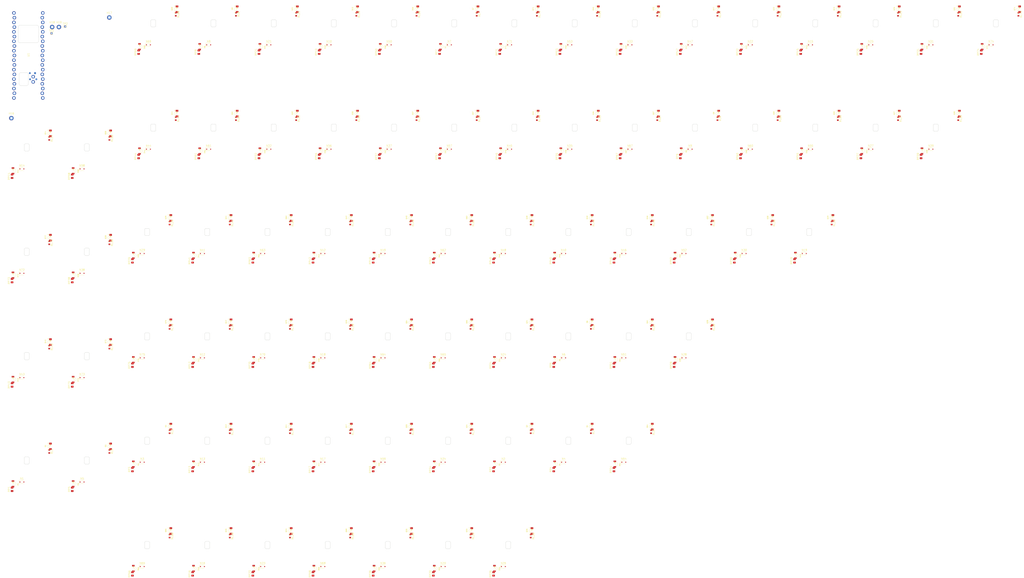
<source format=kicad_pcb>
(kicad_pcb (version 20211014) (generator pcbnew)
  (layers (0 "F.Cu" signal) (31 "B.Cu" signal) (34 "B.Paste" user) (35 "F.Paste" user) (36 "B.SilkS" user "B.Silkscreen") (37 "F.SilkS" user "F.Silkscreen") (38 "B.Mask" user) (39 "F.Mask" user) (44 "Edge.Cuts" user))
  (net 0 "")
  (net 1 "GND")
  (net 2 "Net-(D1-Pad2)")
  (net 3 "Net-(D2-Pad2)")
  (net 4 "Net-(D3-Pad2)")
  (net 5 "Net-(D4-Pad2)")
  (net 6 "Net-(D5-Pad2)")
  (net 7 "Net-(D6-Pad2)")
  (net 8 "Net-(D7-Pad2)")
  (net 9 "Net-(D8-Pad2)")
  (net 10 "Net-(D9-Pad2)")
  (net 11 "Net-(D10-Pad2)")
  (net 12 "Net-(D11-Pad2)")
  (net 13 "Net-(D12-Pad2)")
  (net 14 "Net-(D13-Pad2)")
  (net 15 "Net-(D14-Pad2)")
  (net 16 "Net-(D15-Pad2)")
  (net 17 "Net-(D16-Pad2)")
  (net 18 "Net-(D17-Pad2)")
  (net 19 "Net-(D18-Pad2)")
  (net 20 "Net-(D19-Pad2)")
  (net 21 "Net-(D20-Pad2)")
  (net 22 "Net-(D21-Pad2)")
  (net 23 "Net-(D22-Pad2)")
  (net 24 "Net-(D23-Pad2)")
  (net 25 "Net-(D24-Pad2)")
  (net 26 "Net-(D25-Pad2)")
  (net 27 "Net-(D26-Pad2)")
  (net 28 "Net-(D27-Pad2)")
  (net 29 "Net-(D28-Pad2)")
  (net 30 "Net-(D29-Pad2)")
  (net 31 "Net-(D30-Pad2)")
  (net 32 "Net-(D31-Pad2)")
  (net 33 "Net-(D32-Pad2)")
  (net 34 "Net-(D33-Pad2)")
  (net 35 "Net-(D34-Pad2)")
  (net 36 "Net-(D35-Pad2)")
  (net 37 "Net-(D36-Pad2)")
  (net 38 "Net-(D37-Pad2)")
  (net 39 "Net-(D38-Pad2)")
  (net 40 "Net-(D39-Pad2)")
  (net 41 "Net-(D40-Pad2)")
  (net 42 "Net-(D41-Pad2)")
  (net 43 "Net-(D42-Pad2)")
  (net 44 "Net-(D43-Pad2)")
  (net 45 "Net-(D44-Pad2)")
  (net 46 "Net-(D45-Pad2)")
  (net 47 "Net-(D46-Pad2)")
  (net 48 "Net-(D47-Pad2)")
  (net 49 "Net-(D48-Pad2)")
  (net 50 "Net-(D49-Pad2)")
  (net 51 "Net-(D50-Pad2)")
  (net 52 "Net-(D51-Pad2)")
  (net 53 "Net-(D52-Pad2)")
  (net 54 "Net-(D53-Pad2)")
  (net 55 "Net-(D54-Pad2)")
  (net 56 "Net-(D55-Pad2)")
  (net 57 "Net-(D56-Pad2)")
  (net 58 "Net-(D57-Pad2)")
  (net 59 "Net-(D58-Pad2)")
  (net 60 "Net-(D59-Pad2)")
  (net 61 "Net-(D60-Pad2)")
  (net 62 "Net-(D61-Pad2)")
  (net 63 "Net-(D62-Pad2)")
  (net 64 "Net-(D63-Pad2)")
  (net 65 "Net-(D64-Pad2)")
  (net 66 "Net-(D65-Pad2)")
  (net 67 "Net-(D66-Pad2)")
  (net 68 "Net-(D67-Pad2)")
  (net 69 "Net-(D68-Pad2)")
  (net 70 "Net-(D69-Pad2)")
  (net 71 "Net-(D70-Pad2)")
  (net 72 "Net-(D71-Pad2)")
  (net 73 "Net-(D72-Pad2)")
  (net 74 "Net-(D73-Pad2)")
  (net 75 "Net-(D74-Pad2)")
  (net 76 "Net-(D75-Pad2)")
  (net 77 "/row1")
  (net 78 "Net-(N1-Pad2)")
  (net 79 "Net-(N2-Pad2)")
  (net 80 "Net-(N3-Pad2)")
  (net 81 "Net-(N4-Pad2)")
  (net 82 "Net-(N5-Pad2)")
  (net 83 "Net-(N6-Pad2)")
  (net 84 "Net-(N7-Pad2)")
  (net 85 "Net-(N8-Pad2)")
  (net 86 "Net-(N9-Pad2)")
  (net 87 "Net-(N10-Pad2)")
  (net 88 "Net-(N11-Pad2)")
  (net 89 "Net-(N12-Pad2)")
  (net 90 "Net-(N13-Pad2)")
  (net 91 "Net-(N14-Pad2)")
  (net 92 "Net-(N15-Pad2)")
  (net 93 "/row2")
  (net 94 "Net-(N16-Pad2)")
  (net 95 "Net-(N17-Pad2)")
  (net 96 "Net-(N18-Pad2)")
  (net 97 "Net-(N19-Pad2)")
  (net 98 "Net-(N20-Pad2)")
  (net 99 "Net-(N21-Pad2)")
  (net 100 "Net-(N22-Pad2)")
  (net 101 "Net-(N23-Pad2)")
  (net 102 "Net-(N24-Pad2)")
  (net 103 "Net-(N25-Pad2)")
  (net 104 "Net-(N26-Pad2)")
  (net 105 "Net-(N27-Pad2)")
  (net 106 "Net-(N28-Pad2)")
  (net 107 "Net-(N29-Pad2)")
  (net 108 "Net-(N30-Pad2)")
  (net 109 "/row3")
  (net 110 "Net-(N31-Pad2)")
  (net 111 "Net-(N32-Pad2)")
  (net 112 "Net-(N33-Pad2)")
  (net 113 "Net-(N34-Pad2)")
  (net 114 "Net-(N35-Pad2)")
  (net 115 "Net-(N36-Pad2)")
  (net 116 "Net-(N37-Pad2)")
  (net 117 "Net-(N38-Pad2)")
  (net 118 "Net-(N39-Pad2)")
  (net 119 "Net-(N40-Pad2)")
  (net 120 "Net-(N41-Pad2)")
  (net 121 "Net-(N42-Pad2)")
  (net 122 "Net-(N43-Pad2)")
  (net 123 "Net-(N44-Pad2)")
  (net 124 "Net-(N45-Pad2)")
  (net 125 "/row4")
  (net 126 "Net-(N46-Pad2)")
  (net 127 "Net-(N47-Pad2)")
  (net 128 "Net-(N48-Pad2)")
  (net 129 "Net-(N49-Pad2)")
  (net 130 "Net-(N50-Pad2)")
  (net 131 "Net-(N51-Pad2)")
  (net 132 "Net-(N52-Pad2)")
  (net 133 "Net-(N53-Pad2)")
  (net 134 "Net-(N54-Pad2)")
  (net 135 "Net-(N55-Pad2)")
  (net 136 "Net-(N56-Pad2)")
  (net 137 "Net-(N57-Pad2)")
  (net 138 "Net-(N58-Pad2)")
  (net 139 "Net-(N59-Pad2)")
  (net 140 "Net-(N60-Pad2)")
  (net 141 "/row5")
  (net 142 "Net-(N61-Pad2)")
  (net 143 "Net-(N62-Pad2)")
  (net 144 "Net-(N63-Pad2)")
  (net 145 "Net-(N64-Pad2)")
  (net 146 "Net-(N65-Pad2)")
  (net 147 "Net-(N66-Pad2)")
  (net 148 "Net-(N67-Pad2)")
  (net 149 "Net-(N68-Pad2)")
  (net 150 "Net-(N69-Pad2)")
  (net 151 "Net-(N70-Pad2)")
  (net 152 "Net-(N71-Pad2)")
  (net 153 "Net-(N72-Pad2)")
  (net 154 "Net-(N73-Pad2)")
  (net 155 "Net-(N74-Pad2)")
  (net 156 "Net-(N75-Pad2)")
  (net 157 "/col1")
  (net 158 "/col2")
  (net 159 "/col3")
  (net 160 "/col4")
  (net 161 "/col5")
  (net 162 "/col6")
  (net 163 "/col7")
  (net 164 "/col8")
  (net 165 "/col9")
  (net 166 "/col10")
  (net 167 "/col11")
  (net 168 "/col12")
  (net 169 "/col13")
  (net 170 "/col14")
  (net 171 "/col15")
  (net 172 "/Capslock_Led")
  (net 189 "+5V")
  (footprint "OpticalParts:Everlight_PT_PT12-21C_TR8" (layer "F.Cu") (at 271.3975 44.905 90)
    (fp_text reference "Q62")
    (fp_text value "Q_Photo_NPN")
  )
  (footprint "Diode_SMD:D_SOD-323" (layer "F.Cu") (at 320.7075 176.255)
    (fp_text reference "N4")
    (fp_text value "Diode1N4148WSSod323")
  )
  (footprint "OpticalParts:Everlight_PT_PT12-21C_TR8" (layer "F.Cu") (at 404.0375 -67.295 90)
    (fp_text reference "Q47")
    (fp_text value "Q_Photo_NPN")
  )
  (footprint "OpticalParts:Everlight_PT_PT12-21C_TR8" (layer "F.Cu") (at 307.0475 -67.295 90)
    (fp_text reference "Q71")
    (fp_text value "Q_Photo_NPN")
  )
  (footprint "Resistor_SMD:R_0603_1608Metric" (layer "F.Cu") (at 371.0375 -8.465 -90)
    (fp_text reference "RL67")
    (fp_text value "R_Led")
  )
  (footprint "OpticalParts:Everlight_IR_IR12-21C_TR8" (layer "F.Cu") (at 89.5975 177.255 -90)
    (fp_text reference "D3")
    (fp_text value "IR_LED")
  )
  (footprint "Resistor_SMD:R_0805_2012Metric" (layer "F.Cu") (at 186.1175 236.305 90)
    (fp_text reference "RP68")
    (fp_text value "R_PT")
  )
  (footprint "Resistor_SMD:R_0603_1608Metric" (layer "F.Cu") (at 209.3875 -64.565 -90)
    (fp_text reference "RL10")
    (fp_text value "R_Led")
  )
  (footprint "OpticalParts:Everlight_IR_IR12-21C_TR8" (layer "F.Cu") (at 24.9375 75.675 -90)
    (fp_text reference "D72")
    (fp_text value "IR_LED")
  )
  (footprint "Resistor_SMD:R_0603_1608Metric" (layer "F.Cu") (at 206.0675 159.835 -90)
    (fp_text reference "RL17")
    (fp_text value "R_Led")
  )
  (footprint "Resistor_SMD:R_0805_2012Metric" (layer "F.Cu") (at 218.4475 180.205 90)
    (fp_text reference "RP59")
    (fp_text value "R_PT")
  )
  (footprint "OpticalParts:Everlight_IR_IR12-21C_TR8" (layer "F.Cu") (at 351.5575 8.955 -90)
    (fp_text reference "D67")
    (fp_text value "IR_LED")
  )
  (footprint "OpticalParts:TestPoint_Plated_Hole_D1.2mm" (layer "F.Cu") (at 45.9875 -57.705)
    (fp_text reference "H18")
    (fp_text value "MountingHole")
  )
  (footprint "Resistor_SMD:R_0805_2012Metric" (layer "F.Cu") (at 380.0975 124.105 90)
    (fp_text reference "RP28")
    (fp_text value "R_PT")
  )
  (footprint "OpticalParts:Everlight_IR_IR12-21C_TR8" (layer "F.Cu") (at 416.2175 -47.145 -90)
    (fp_text reference "D22")
    (fp_text value "IR_LED")
  )
  (footprint "OpticalParts:Everlight_IR_IR12-21C_TR8" (layer "F.Cu") (at 157.5775 -47.145 -90)
    (fp_text reference "D21")
    (fp_text value "IR_LED")
  )
  (footprint "OpticalParts:Everlight_PT_PT12-21C_TR8" (layer "F.Cu") (at 109.7475 101.005 90)
    (fp_text reference "Q75")
    (fp_text value "Q_Photo_NPN")
  )
  (footprint "OpticalParts:Gateron_Switch_Basic" (layer "F.Cu") (at 452.6275 52.505)
    (fp_text reference "S19" hide)
    (fp_text value "Gateron_Optical")
    (fp_line (start -0.7 -1.95) (end 0.7 -1.95) (layer "Edge.Cuts") (width 0.12))
    (fp_line (start -1.35 1.3) (end -1.35 -1.3) (layer "Edge.Cuts") (width 0.12))
    (fp_line (start 1.35 -1.3) (end 1.35 1.3) (layer "Edge.Cuts") (width 0.12))
    (fp_line (start 0.7 1.95) (end -0.7 1.95) (layer "Edge.Cuts") (width 0.12))
    (fp_arc (start 0.7 -1.95) (mid 1.159619 -1.759619) (end 1.35 -1.3) (layer "Edge.Cuts") (width 0.12))
    (fp_arc (start -0.7 1.95) (mid -1.159619 1.759619) (end -1.35 1.3) (layer "Edge.Cuts") (width 0.12))
    (fp_arc (start 1.35 1.3) (mid 1.159619 1.759619) (end 0.7 1.95) (layer "Edge.Cuts") (width 0.12))
    (fp_arc (start -1.35 -1.3) (mid -1.159619 -1.759619) (end -0.7 -1.95) (layer "Edge.Cuts") (width 0.12))
  )
  (footprint "Resistor_SMD:R_0805_2012Metric" (layer "F.Cu") (at 448.0775 -44.195 90)
    (fp_text reference "RP15")
    (fp_text value "R_PT")
  )
  (footprint "OpticalParts:Everlight_IR_IR12-21C_TR8" (layer "F.Cu") (at 283.5775 233.355 -90)
    (fp_text reference "D26")
    (fp_text value "IR_LED")
  )
  (footprint "Diode_SMD:D_SOD-323" (layer "F.Cu") (at 126.7275 120.155)
    (fp_text reference "N12")
    (fp_text value "Diode1N4148WSSod323")
  )
  (footprint "OpticalParts:Everlight_IR_IR12-21C_TR8" (layer "F.Cu") (at 416.2175 8.955 -90)
    (fp_text reference "D60")
    (fp_text value "IR_LED")
  )
  (footprint "OpticalParts:Everlight_PT_PT12-21C_TR8" (layer "F.Cu") (at 242.3875 -11.195 90)
    (fp_text reference "Q37")
    (fp_text value "Q_Photo_NPN")
  )
  (footprint "OpticalParts:Everlight_PT_PT12-21C_TR8" (layer "F.Cu") (at 274.7175 -67.295 90)
    (fp_text reference "Q7")
    (fp_text value "Q_Photo_NPN")
  )
  (footprint "Diode_SMD:D_SOD-323" (layer "F.Cu") (at 385.3675 120.155)
    (fp_text reference "N28")
    (fp_text value "Diode1N4148WSSod323")
  )
  (footprint "Resistor_SMD:R_0805_2012Metric" (layer "F.Cu") (at 92.4475 -44.195 90)
    (fp_text reference "RP69")
    (fp_text value "R_PT")
  )
  (footprint "Resistor_SMD:R_0603_1608Metric" (layer "F.Cu") (at 44.4175 58.255 -90)
    (fp_text reference "RL72")
    (fp_text value "R_Led")
  )
  (footprint "Diode_SMD:D_SOD-323" (layer "F.Cu") (at 94.3975 64.055)
    (fp_text reference "N29")
    (fp_text value "Diode1N4148WSSod323")
  )
  (footprint "OpticalParts:Gateron_Switch_Basic" (layer "F.Cu") (at 161.6575 164.705)
    (fp_text reference "S11" hide)
    (fp_text value "Gateron_Optical")
    (fp_line (start 0.7 1.95) (end -0.7 1.95) (layer "Edge.Cuts") (width 0.12))
    (fp_line (start 1.35 -1.3) (end 1.35 1.3) (layer "Edge.Cuts") (width 0.12))
    (fp_line (start -0.7 -1.95) (end 0.7 -1.95) (layer "Edge.Cuts") (width 0.12))
    (fp_line (start -1.35 1.3) (end -1.35 -1.3) (layer "Edge.Cuts") (width 0.12))
    (fp_arc (start -1.35 -1.3) (mid -1.159619 -1.759619) (end -0.7 -1.95) (layer "Edge.Cuts") (width 0.12))
    (fp_arc (start -0.7 1.95) (mid -1.159619 1.759619) (end -1.35 1.3) (layer "Edge.Cuts") (width 0.12))
    (fp_arc (start 0.7 -1.95) (mid 1.159619 -1.759619) (end 1.35 -1.3) (layer "Edge.Cuts") (width 0.12))
    (fp_arc (start 1.35 1.3) (mid 1.159619 1.759619) (end 0.7 1.95) (layer "Edge.Cuts") (width 0.12))
  )
  (footprint "OpticalParts:Everlight_IR_IR12-21C_TR8" (layer "F.Cu") (at 89.5975 233.355 -90)
    (fp_text reference "D66")
    (fp_text value "IR_LED")
  )
  (footprint "Diode_SMD:D_SOD-323" (layer "F.Cu") (at 62.0675 74.675)
    (fp_text reference "N38")
    (fp_text value "Diode1N4148WSSod323")
  )
  (footprint "Resistor_SMD:R_0603_1608Metric" (layer "F.Cu") (at 144.7275 -64.565 -90)
    (fp_text reference "RL8")
    (fp_text value "R_Led")
  )
  (footprint "Diode_SMD:D_SOD-323" (layer "F.Cu") (at 126.7275 64.055)
    (fp_text reference "N41")
    (fp_text value "Diode1N4148WSSod323")
  )
  (footprint "Resistor_SMD:R_0805_2012Metric" (layer "F.Cu") (at 380.0975 68.005 90)
    (fp_text reference "RP52")
    (fp_text value "R_PT")
  )
  (footprint "Diode_SMD:D_SOD-323" (layer "F.Cu") (at 256.0475 176.255)
    (fp_text reference "N34")
    (fp_text value "Diode1N4148WSSod323")
  )
  (footprint "OpticalParts:Gateron_Switch_Basic" (layer "F.Cu") (at 161.6575 220.805)
    (fp_text reference "S23" hide)
    (fp_text value "Gateron_Optical")
    (fp_line (start -0.7 -1.95) (end 0.7 -1.95) (layer "Edge.Cuts") (width 0.12))
    (fp_line (start -1.35 1.3) (end -1.35 -1.3) (layer "Edge.Cuts") (width 0.12))
    (fp_line (start 1.35 -1.3) (end 1.35 1.3) (layer "Edge.Cuts") (width 0.12))
    (fp_line (start 0.7 1.95) (end -0.7 1.95) (layer "Edge.Cuts") (width 0.12))
    (fp_arc (start 0.7 -1.95) (mid 1.159619 -1.759619) (end 1.35 -1.3) (layer "Edge.Cuts") (width 0.12))
    (fp_arc (start -1.35 -1.3) (mid -1.159619 -1.759619) (end -0.7 -1.95) (layer "Edge.Cuts") (width 0.12))
    (fp_arc (start 1.35 1.3) (mid 1.159619 1.759619) (end 0.7 1.95) (layer "Edge.Cuts") (width 0.12))
    (fp_arc (start -0.7 1.95) (mid -1.159619 1.759619) (end -1.35 1.3) (layer "Edge.Cuts") (width 0.12))
  )
  (footprint "OpticalParts:Everlight_PT_PT12-21C_TR8" (layer "F.Cu") (at 436.3675 -11.195 90)
    (fp_text reference "Q60")
    (fp_text value "Q_Photo_NPN")
  )
  (footprint "OpticalParts:Everlight_PT_PT12-21C_TR8" (layer "F.Cu") (at 303.7275 157.105 90)
    (fp_text reference "Q2")
    (fp_text value "Q_Photo_NPN")
  )
  (footprint "OpticalParts:Everlight_PT_PT12-21C_TR8" (layer "F.Cu") (at 206.7375 157.105 90)
    (fp_text reference "Q17")
    (fp_text value "Q_Photo_NPN")
  )
  (footprint "Resistor_SMD:R_0805_2012Metric" (layer "F.Cu") (at 383.4175 -44.195 90)
    (fp_text reference "RP47")
    (fp_text value "R_PT")
  )
  (footprint "Resistor_SMD:R_0805_2012Metric" (layer "F.Cu") (at 218.4475 236.305 90)
    (fp_text reference "RP36")
    (fp_text value "R_PT")
  )
  (footprint "Resistor_SMD:R_0603_1608Metric" (layer "F.Cu") (at 464.7075 47.635 -90)
    (fp_text reference "RL19")
    (fp_text value "R_Led")
  )
  (footprint "Diode_SMD:D_SOD-323" (layer "F.Cu") (at 288.3775 232.355)
    (fp_text reference "N26")
    (fp_text value "Diode1N4148WSSod323")
  )
  (footprint "Resistor_SMD:R_0805_2012Metric" (layer "F.Cu") (at 415.7475 11.905 90)
    (fp_text reference "RP60")
    (fp_text value "R_PT")
  )
  (footprint "Diode_SMD:D_SOD-323" (layer "F.Cu") (at 29.7375 18.575)
    (fp_text reference "N14")
    (fp_text value "Diode1N4148WSSod323")
  )
  (footprint "Resistor_SMD:R_0603_1608Metric" (layer "F.Cu") (at 177.0575 -64.565 -90)
    (fp_text reference "RL21")
    (fp_text value "R_Led")
  )
  (footprint "Resistor_SMD:R_0603_1608Metric" (layer "F.Cu") (at 141.4075 215.935 -90)
    (fp_text reference "RL16")
    (fp_text value "R_Led")
  )
  (footprint "OpticalParts:Everlight_PT_PT12-21C_TR8" (layer "F.Cu") (at 565.6875 -67.295 90)
    (fp_text reference "Q74")
    (fp_text value "Q_Photo_NPN")
  )
  (footprint "Diode_SMD:D_SOD-323" (layer "F.Cu") (at 62.0675 18.575)
    (fp_text reference "N58")
    (fp_text value "Diode1N4148WSSod323")
  )
  (footprint "OpticalParts:Everlight_IR_IR12-21C_TR8" (layer "F.Cu") (at 315.9075 65.055 -90)
    (fp_text reference "D40")
    (fp_text value "IR_LED")
  )
  (footprint "Diode_SMD:D_SOD-323" (layer "F.Cu") (at 159.0575 176.255)
    (fp_text reference "N11")
    (fp_text value "Diode1N4148WSSod323")
  )
  (footprint "OpticalParts:Gateron_Switch_Basic" (layer "F.Cu") (at 261.9675 -3.595)
    (fp_text reference "S57" hide)
    (fp_text value "Gateron_Optical")
    (fp_line (start -0.7 -1.95) (end 0.7 -1.95) (layer "Edge.Cuts") (width 0.12))
    (fp_line (start -1.35 1.3) (end -1.35 -1.3) (layer "Edge.Cuts") (width 0.12))
    (fp_line (start 1.35 -1.3) (end 1.35 1.3) (layer "Edge.Cuts") (width 0.12))
    (fp_line (start 0.7 1.95) (end -0.7 1.95) (layer "Edge.Cuts") (width 0.12))
    (fp_arc (start -0.7 1.95) (mid -1.159619 1.759619) (end -1.35 1.3) (layer "Edge.Cuts") (width 0.12))
    (fp_arc (start 0.7 -1.95) (mid 1.159619 -1.759619) (end 1.35 -1.3) (layer "Edge.Cuts") (width 0.12))
    (fp_arc (start -1.35 -1.3) (mid -1.159619 -1.759619) (end -0.7 -1.95) (layer "Edge.Cuts") (width 0.12))
    (fp_arc (start 1.35 1.3) (mid 1.159619 1.759619) (end 0.7 1.95) (layer "Edge.Cuts") (width 0.12))
  )
  (footprint "Diode_SMD:D_SOD-323" (layer "F.Cu") (at 256.0475 120.155)
    (fp_text reference "N65")
    (fp_text value "Diode1N4148WSSod323")
  )
  (footprint "OpticalParts:Everlight_PT_PT12-21C_TR8" (layer "F.Cu") (at 400.7175 101.005 90)
    (fp_text reference "Q28")
    (fp_text value "Q_Photo_NPN")
  )
  (footprint "Resistor_SMD:R_0805_2012Metric" (layer "F.Cu") (at 315.4375 68.005 90)
    (fp_text reference "RP40")
    (fp_text value "R_PT")
  )
  (footprint "OpticalParts:MountingHole_2.2mm_M2_jlcpcb" (layer "F.Cu") (at 56.9625 -62.09)
    (fp_text reference "H14")
    (fp_text value "MountingHole")
  )
  (footprint "OpticalParts:Everlight_PT_PT12-21C_TR8" (layer "F.Cu") (at 303.7275 213.205 90)
    (fp_text reference "Q26")
    (fp_text value "Q_Photo_NPN")
  )
  (footprint "Diode_SMD:D_SOD-323" (layer "F.Cu") (at 191.3875 176.255)
    (fp_text reference "N17")
    (fp_text value "Diode1N4148WSSod323")
  )
  (footprint "OpticalParts:Gateron_Switch_Basic" (layer "F.Cu") (at 423.6175 -3.595)
    (fp_text reference "S60" hide)
    (fp_text value "Gateron_Optical")
    (fp_line (start 1.35 -1.3) (end 1.35 1.3) (layer "Edge.Cuts") (width 0.12))
    (fp_line (start 0.7 1.95) (end -0.7 1.95) (layer "Edge.Cuts") (width 0.12))
    (fp_line (start -0.7 -1.95) (end 0.7 -1.95) (layer "Edge.Cuts") (width 0.12))
    (fp_line (start -1.35 1.3) (end -1.35 -1.3) (layer "Edge.Cuts") (width 0.12))
    (fp_arc (start 1.35 1.3) (mid 1.159619 1.759619) (end 0.7 1.95) (layer "Edge.Cuts") (width 0.12))
    (fp_arc (start -1.35 -1.3) (mid -1.159619 -1.759619) (end -0.7 -1.95) (layer "Edge.Cuts") (width 0.12))
    (fp_arc (start 0.7 -1.95) (mid 1.159619 -1.759619) (end 1.35 -1.3) (layer "Edge.Cuts") (width 0.12))
    (fp_arc (start -0.7 1.95) (mid -1.159619 1.759619) (end -1.35 1.3) (layer "Edge.Cuts") (width 0.12))
  )
  (footprint "OpticalParts:Everlight_IR_IR12-21C_TR8" (layer "F.Cu") (at 24.9375 19.575 -90)
    (fp_text reference "D14")
    (fp_text value "IR_LED")
  )
  (footprint "OpticalParts:MountingHole_2.2mm_M2_jlcpcb" (layer "F.Cu") (at 82.5625 -67.21)
    (fp_text reference "H2")
    (fp_text value "MountingHole")
  )
  (footprint "OpticalParts:Gateron_Switch_Basic" (layer "F.Cu") (at 355.6375 164.705)
    (fp_text reference "S54" hide)
    (fp_text value "Gateron_Optical")
    (fp_line (start -1.35 1.3) (end -1.35 -1.3) (layer "Edge.Cuts") (width 0.12))
    (fp_line (start 1.35 -1.3) (end 1.35 1.3) (layer "Edge.Cuts") (width 0.12))
    (fp_line (start -0.7 -1.95) (end 0.7 -1.95) (layer "Edge.Cuts") (width 0.12))
    (fp_line (start 0.7 1.95) (end -0.7 1.95) (layer "Edge.Cuts") (width 0.12))
    (fp_arc (start -1.35 -1.3) (mid -1.159619 -1.759619) (end -0.7 -1.95) (layer "Edge.Cuts") (width 0.12))
    (fp_arc (start -0.7 1.95) (mid -1.159619 1.759619) (end -1.35 1.3) (layer "Edge.Cuts") (width 0.12))
    (fp_arc (start 1.35 1.3) (mid 1.159619 1.759619) (end 0.7 1.95) (layer "Edge.Cuts") (width 0.12))
    (fp_arc (start 0.7 -1.95) (mid 1.159619 -1.759619) (end 1.35 -1.3) (layer "Edge.Cuts") (width 0.12))
  )
  (footprint "OpticalParts:Gateron_Switch_Basic" (layer "F.Cu") (at 258.6475 220.805)
    (fp_text reference "S20" hide)
    (fp_text value "Gateron_Optical")
    (fp_line (start 0.7 1.95) (end -0.7 1.95) (layer "Edge.Cuts") (width 0.12))
    (fp_line (start -0.7 -1.95) (end 0.7 -1.95) (layer "Edge.Cuts") (width 0.12))
    (fp_line (start -1.35 1.3) (end -1.35 -1.3) (layer "Edge.Cuts") (width 0.12))
    (fp_line (start 1.35 -1.3) (end 1.35 1.3) (layer "Edge.Cuts") (width 0.12))
    (fp_arc (start 0.7 -1.95) (mid 1.159619 -1.759619) (end 1.35 -1.3) (layer "Edge.Cuts") (width 0.12))
    (fp_arc (start -1.35 -1.3) (mid -1.159619 -1.759619) (end -0.7 -1.95) (layer "Edge.Cuts") (width 0.12))
    (fp_arc (start 1.35 1.3) (mid 1.159619 1.759619) (end 0.7 1.95) (layer "Edge.Cuts") (width 0.12))
    (fp_arc (start -0.7 1.95) (mid -1.159619 1.759619) (end -1.35 1.3) (layer "Edge.Cuts") (width 0.12))
  )
  (footprint "OpticalParts:Gateron_Switch_Basic" (layer "F.Cu") (at 358.9575 -59.695)
    (fp_text reference "S33" hide)
    (fp_text value "Gateron_Optical")
    (fp_line (start -1.35 1.3) (end -1.35 -1.3) (layer "Edge.Cuts") (width 0.12))
    (fp_line (start 0.7 1.95) (end -0.7 1.95) (layer "Edge.Cuts") (width 0.12))
    (fp_line (start 1.35 -1.3) (end 1.35 1.3) (layer "Edge.Cuts") (width 0.12))
    (fp_line (start -0.7 -1.95) (end 0.7 -1.95) (layer "Edge.Cuts") (width 0.12))
    (fp_arc (start -1.35 -1.3) (mid -1.159619 -1.759619) (end -0.7 -1.95) (layer "Edge.Cuts") (width 0.12))
    (fp_arc (start -0.7 1.95) (mid -1.159619 1.759619) (end -1.35 1.3) (layer "Edge.Cuts") (width 0.12))
    (fp_arc (start 1.35 1.3) (mid 1.159619 1.759619) (end 0.7 1.95) (layer "Edge.Cuts") (width 0.12))
    (fp_arc (start 0.7 -1.95) (mid 1.159619 -1.759619) (end 1.35 -1.3) (layer "Edge.Cuts") (width 0.12))
  )
  (footprint "OpticalParts:MountingHole_2.2mm_M2_jlcpcb" (layer "F.Cu") (at 62.0825 -62.09)
    (fp_text reference "H12")
    (fp_text value "MountingHole")
  )
  (footprint "Resistor_SMD:R_0805_2012Metric" (layer "F.Cu") (at 186.1175 124.105 90)
    (fp_text reference "RP18")
    (fp_text value "R_PT")
  )
  (footprint "OpticalParts:Gateron_Switch_Basic" (layer "F.Cu") (at 258.6475 52.505)
    (fp_text reference "S62" hide)
    (fp_text value "Gateron_Optical")
    (fp_line (start 1.35 -1.3) (end 1.35 1.3) (layer "Edge.Cuts") (width 0.12))
    (fp_line (start -0.7 -1.95) (end 0.7 -1.95) (layer "Edge.Cuts") (width 0.12))
    (fp_line (start -1.35 1.3) (end -1.35 -1.3) (layer "Edge.Cuts") (width 0.12))
    (fp_line (start 0.7 1.95) (end -0.7 1.95) (layer "Edge.Cuts") (width 0.12))
    (fp_arc (start -1.35 -1.3) (mid -1.159619 -1.759619) (end -0.7 -1.95) (layer "Edge.Cuts") (width 0.12))
    (fp_arc (start 1.35 1.3) (mid 1.159619 1.759619) (end 0.7 1.95) (layer "Edge.Cuts") (width 0.12))
    (fp_arc (start -0.7 1.95) (mid -1.159619 1.759619) (end -1.35 1.3) (layer "Edge.Cuts") (width 0.12))
    (fp_arc (start 0.7 -1.95) (mid 1.159619 -1.759619) (end 1.35 -1.3) (layer "Edge.Cuts") (width 0.12))
  )
  (footprint "Resistor_SMD:R_0603_1608Metric" (layer "F.Cu") (at 76.7475 2.155 -90)
    (fp_text reference "RL58")
    (fp_text value "R_Led")
  )
  (footprint "OpticalParts:Everlight_IR_IR12-21C_TR8" (layer "F.Cu") (at 348.2375 121.155 -90)
    (fp_text reference "D51")
    (fp_text value "IR_LED")
  )
  (footprint "Resistor_SMD:R_0603_1608Metric" (layer "F.Cu") (at 303.0575 47.635 -90)
    (fp_text reference "RL48")
    (fp_text value "R_Led")
  )
  (footprint "Resistor_SMD:R_0805_2012Metric" (layer "F.Cu") (at 218.4475 124.105 90)
    (fp_text reference "RP64")
    (fp_text value "R_PT")
  )
  (footprint "OpticalParts:Gateron_Switch_Basic" (layer "F.Cu") (at 132.6475 -3.595)
    (fp_text reference "S61" hide)
    (fp_text value "Gateron_Optical")
    (fp_line (start -0.7 -1.95) (end 0.7 -1.95) (layer "Edge.Cuts") (width 0.12))
    (fp_line (start 1.35 -1.3) (end 1.35 1.3) (layer "Edge.Cuts") (width 0.12))
    (fp_line (start 0.7 1.95) (end -0.7 1.95) (layer "Edge.Cuts") (width 0.12))
    (fp_line (start -1.35 1.3) (end -1.35 -1.3) (layer "Edge.Cuts") (width 0.12))
    (fp_arc (start -0.7 1.95) (mid -1.159619 1.759619) (end -1.35 1.3) (layer "Edge.Cuts") (width 0.12))
    (fp_arc (start -1.35 -1.3) (mid -1.159619 -1.759619) (end -0.7 -1.95) (layer "Edge.Cuts") (width 0.12))
    (fp_arc (start 0.7 -1.95) (mid 1.159619 -1.759619) (end 1.35 -1.3) (layer "Edge.Cuts") (width 0.12))
    (fp_arc (start 1.35 1.3) (mid 1.159619 1.759619) (end 0.7 1.95) (layer "Edge.Cuts") (width 0.12))
  )
  (footprint "Resistor_SMD:R_0603_1608Metric" (layer "F.Cu") (at 400.0475 47.635 -90)
    (fp_text reference "RL52")
    (fp_text value "R_Led")
  )
  (footprint "OpticalParts:Gateron_Switch_Basic" (layer "F.Cu") (at 226.3175 108.605)
    (fp_text reference "S64" hide)
    (fp_text value "Gateron_Optical")
    (fp_line (start 0.7 1.95) (end -0.7 1.95) (layer "Edge.Cuts") (width 0.12))
    (fp_line (start -0.7 -1.95) (end 0.7 -1.95) (layer "Edge.Cuts") (width 0.12))
    (fp_line (start -1.35 1.3) (end -1.35 -1.3) (layer "Edge.Cuts") (width 0.12))
    (fp_line (start 1.35 -1.3) (end 1.35 1.3) (layer "Edge.Cuts") (width 0.12))
    (fp_arc (start -0.7 1.95) (mid -1.159619 1.759619) (end -1.35 1.3) (layer "Edge.Cuts") (width 0.12))
    (fp_arc (start 1.35 1.3) (mid 1.159619 1.759619) (end 0.7 1.95) (layer "Edge.Cuts") (width 0.12))
    (fp_arc (start 0.7 -1.95) (mid 1.159619 -1.759619) (end 1.35 -1.3) (layer "Edge.Cuts") (width 0.12))
    (fp_arc (start -1.35 -1.3) (mid -1.159619 -1.759619) (end -0.7 -1.95) (layer "Edge.Cuts") (width 0.12))
  )
  (footprint "Diode_SMD:D_SOD-323" (layer "F.Cu") (at 256.0475 64.055)
    (fp_text reference "N62")
    (fp_text value "Diode1N4148WSSod323")
  )
  (footprint "Resistor_SMD:R_0805_2012Metric" (layer "F.Cu") (at 56.7975 22.525 90)
    (fp_text reference "RP58")
    (fp_text value "R_PT")
  )
  (footprint "Resistor_SMD:R_0805_2012Metric" (layer "F.Cu") (at 254.0975 -44.195 90)
    (fp_text reference "RP7")
    (fp_text value "R_PT")
  )
  (footprint "Resistor_SMD:R_0603_1608Metric" (layer "F.Cu") (at 177.0575 -8.465 -90)
    (fp_text reference "RL32")
    (fp_text value "R_Led")
  )
  (footprint "Resistor_SMD:R_0805_2012Metric" (layer "F.Cu") (at 124.7775 11.905 90)
    (fp_text reference "RP61")
    (fp_text value "R_PT")
  )
  (footprint "OpticalParts:Everlight_PT_PT12-21C_TR8" (layer "F.Cu") (at 336.0575 157.105 90)
    (fp_text reference "Q4")
    (fp_text value "Q_Photo_NPN")
  )
  (footprint "OpticalParts:Everlight_IR_IR12-21C_TR8" (layer "F.Cu") (at 254.5675 8.955 -90)
    (fp_text reference "D57")
    (fp_text value "IR_LED")
  )
  (footprint "Resistor_SMD:R_0805_2012Metric" (layer "F.Cu") (at 347.7675 180.205 90)
    (fp_text reference "RP54")
    (fp_text value "R_PT")
  )
  (footprint "OpticalParts:Everlight_PT_PT12-21C_TR8" (layer "F.Cu") (at 274.7175 -11.195 90)
    (fp_text reference "Q57")
    (fp_text value "Q_Photo_NPN")
  )
  (footprint "OpticalParts:Everlight_PT_PT12-21C_TR8" (layer "F.Cu") (at 404.0375 -11.195 90)
    (fp_text reference "Q9")
    (fp_text value "Q_Photo_NPN")
  )
  (footprint "Resistor_SMD:R_0603_1608Metric" (layer "F.Cu") (at 367.7175 47.635 -90)
    (fp_text reference "RL46")
    (fp_text value "R_Led")
  )
  (footprint "OpticalParts:Everlight_IR_IR12-21C_TR8" (layer "F.Cu") (at 121.9275 65.055 -90)
    (fp_text reference "D41")
    (fp_text value "IR_LED")
  )
  (footprint "OpticalParts:Gateron_Switch_Basic" (layer "F.Cu") (at 323.3075 52.505)
    (fp_text reference "S40" hide)
    (fp_text value "Gateron_Optical")
    (fp_line (start -0.7 -1.95) (end 0.7 -1.95) (layer "Edge.Cuts") (width 0.12))
    (fp_line (start 0.7 1.95) (end -0.7 1.95) (layer "Edge.Cuts") (width 0.12))
    (fp_line (start -1.35 1.3) (end -1.35 -1.3) (layer "Edge.Cuts") (width 0.12))
    (fp_line (start 1.35 -1.3) (end 1.35 1.3) (layer "Edge.Cuts") (width 0.12))
    (fp_arc (start 0.7 -1.95) (mid 1.159619 -1.759619) (end 1.35 -1.3) (layer "Edge.Cuts") (width 0.12))
    (fp_arc (start -0.7 1.95) (mid -1.159619 1.759619) (end -1.35 1.3) (layer "Edge.Cuts") (width 0.12))
    (fp_arc (start 1.35 1.3) (mid 1.159619 1.759619) (end 0.7 1.95) (layer "Edge.Cuts") (width 0.12))
    (fp_arc (start -1.35 -1.3) (mid -1.159619 -1.759619) (end -0.7 -1.95) (layer "Edge.Cuts") (width 0.12))
  )
  (footprint "OpticalParts:Everlight_IR_IR12-21C_TR8" (layer "F.Cu") (at 154.2575 121.155 -90)
    (fp_text reference "D70")
    (fp_text value "IR_LED")
  )
  (footprint "Resistor_SMD:R_0805_2012Metric" (layer "F.Cu") (at 444.7575 68.005 90)
    (fp_text reference "RP19")
    (fp_text value "R_PT")
  )
  (footprint "OpticalParts:Everlight_PT_PT12-21C_TR8" (layer "F.Cu") (at 174.4075 44.905 90)
    (fp_text reference "Q63")
    (fp_text value "Q_Photo_NPN")
  )
  (footprint "Resistor_SMD:R_0805_2012Metric" (layer "F.Cu") (at 286.4275 11.905 90)
    (fp_text reference "RP45")
    (fp_text value "R_PT")
  )
  (footprint "Resistor_SMD:R_0603_1608Metric" (layer "F.Cu") (at 109.0775 215.935 -90)
    (fp_text reference "RL66")
    (fp_text value "R_Led")
  )
  (footprint "OpticalParts:Everlight_IR_IR12-21C_TR8" (layer "F.Cu") (at 186.5875 121.155 -90)
    (fp_text reference "D18")
    (fp_text value "IR_LED")
  )
  (footprint "Diode_SMD:D_SOD-323" (layer "F.Cu") (at 450.0275 64.055)
    (fp_text reference "N19")
    (fp_text value "Diode1N4148WSSod323")
  )
  (footprint "OpticalParts:Gateron_Switch_Basic" (layer "F.Cu") (at 520.6075 -59.695)
    (fp_text reference "S31" hide)
    (fp_text value "Gateron_Optical")
    (fp_line (start 1.35 -1.3) (end 1.35 1.3) (layer "Edge.Cuts") (width 0.12))
    (fp_line (start -1.35 1.3) (end -1.35 -1.3) (layer "Edge.Cuts") (width 0.12))
    (fp_line (start 0.7 1.95) (end -0.7 1.95) (layer "Edge.Cuts") (width 0.12))
    (fp_line (start -0.7 -1.95) (end 0.7 -1.95) (layer "Edge.Cuts") (width 0.12))
    (fp_arc (start -0.7 1.95) (mid -1.159619 1.759619) (end -1.35 1.3) (layer "Edge.Cuts") (width 0.12))
    (fp_arc (start 0.7 -1.95) (mid 1.159619 -1.759619) (end 1.35 -1.3) (layer "Edge.Cuts") (width 0.12))
    (fp_arc (start -1.35 -1.3) (mid -1.159619 -1.759619) (end -0.7 -1.95) (layer "Edge.Cuts") (width 0.12))
    (fp_arc (start 1.35 1.3) (mid 1.159619 1.759619) (end 0.7 1.95) (layer "Edge.Cuts") (width 0.12))
  )
  (footprint "Diode_SMD:D_SOD-323" (layer "F.Cu") (at 320.7075 64.055)
    (fp_text reference "N40")
    (fp_text value "Diode1N4148WSSod323")
  )
  (footprint "OpticalParts:Everlight_IR_IR12-21C_TR8" (layer "F.Cu") (at 92.9175 8.955 -90)
    (fp_text reference "D44")
    (fp_text value "IR_LED")
  )
  (footprint "Diode_SMD:D_SOD-323" (layer "F.Cu") (at 356.3575 -48.145)
    (fp_text reference "N33")
    (fp_text value "Diode1N4148WSSod323")
  )
  (footprint "Resistor_SMD:R_0603_1608Metric" (layer "F.Cu") (at 565.0175 -64.565 -90)
    (fp_text reference "RL74")
    (fp_text value "R_Led")
  )
  (footprint "Diode_SMD:D_SOD-323" (layer "F.Cu") (at 227.0375 -48.145)
    (fp_text reference "N50")
    (fp_text value "Diode1N4148WSSod323")
  )
  (footprint "OpticalParts:Everlight_IR_IR12-21C_TR8" (layer "F.Cu") (at 154.2575 233.355 -90)
    (fp_text reference "D23")
    (fp_text value "IR_LED")
  )
  (footprint "Resistor_SMD:R_0805_2012Metric" (layer "F.Cu") (at 89.1275 180.205 90)
    (fp_text reference "RP3")
    (fp_text value "R_PT")
  )
  (footprint "OpticalParts:Everlight_IR_IR12-21C_TR8" (layer "F.Cu") (at 125.2475 -47.145 -90)
    (fp_text reference "D8")
    (fp_text value "IR_LED")
  )
  (footprint "OpticalParts:Everlight_PT_PT12-21C_TR8" (layer "F.Cu") (at 339.3775 -67.295 90)
    (fp_text reference "Q53")
    (fp_text value "Q_Photo_NPN")
  )
  (footprint "Resistor_SMD:R_0603_1608Metric" (layer "F.Cu") (at 532.6875 -8.465 -90)
    (fp_text reference "RL39")
    (fp_text value "R_Led")
  )
  (footprint "Diode_SMD:D_SOD-323" (layer "F.Cu") (at 223.7175 64.055)
    (fp_text reference "N49")
    (fp_text value "Diode1N4148WSSod323")
  )
  (footprint "OpticalParts:Gateron_Switch_Basic" (layer "F.Cu") (at 64.6675 7.025)
    (fp_text reference "S58" hide)
    (fp_text value "Gateron_Optical")
    (fp_line (start -0.7 -1.95) (end 0.7 -1.95) (layer "Edge.Cuts") (width 0.12))
    (fp_line (start 1.35 -1.3) (end 1.35 1.3) (layer "Edge.Cuts") (width 0.12))
    (fp_line (start -1.35 1.3) (end -1.35 -1.3) (layer "Edge.Cuts") (width 0.12))
    (fp_line (start 0.7 1.95) (end -0.7 1.95) (layer "Edge.Cuts") (width 0.12))
    (fp_arc (start -1.35 -1.3) (mid -1.159619 -1.759619) (end -0.7 -1.95) (layer "Edge.Cuts") (width 0.12))
    (fp_arc (start -0.7 1.95) (mid -1.159619 1.759619) (end -1.35 1.3) (layer "Edge.Cuts") (width 0.12))
    (fp_arc (start 1.35 1.3) (mid 1.159619 1.759619) (end 0.7 1.95) (layer "Edge.Cuts") (width 0.12))
    (fp_arc (start 0.7 -1.95) (mid 1.159619 -1.759619) (end 1.35 -1.3) (layer "Edge.Cuts") (width 0.12))
  )
  (footprint "Resistor_SMD:R_0805_2012Metric" (layer "F.Cu") (at 157.1075 11.905 90)
    (fp_text reference "RP32")
    (fp_text value "R_PT")
  )
  (footprint "OpticalParts:Everlight_PT_PT12-21C_TR8" (layer "F.Cu") (at 533.3575 -67.295 90)
    (fp_text reference "Q31")
    (fp_text value "Q_Photo_NPN")
  )
  (footprint "Diode_SMD:D_SOD-323" (layer "F.Cu") (at 130.0475 7.955)
    (fp_text reference "N61")
    (fp_text value "Diode1N4148WSSod323")
  )
  (footprint "Resistor_SMD:R_0603_1608Metric" (layer "F.Cu") (at 532.6875 -64.565 -90)
    (fp_text reference "RL31")
    (fp_text value "R_Led")
  )
  (footprint "Resistor_SMD:R_0603_1608Metric" (layer "F.Cu") (at 468.0275 -64.565 -90)
    (fp_text reference "RL15")
    (fp_text value "R_Led")
  )
  (footprint "OpticalParts:Gateron_Switch_Basic" (layer "F.Cu") (at 197.3075 -3.595)
    (fp_text reference "S56" hide)
    (fp_text value "Gateron_Optical")
    (fp_line (start 1.35 -1.3) (end 1.35 1.3) (layer "Edge.Cuts") (width 0.12))
    (fp_line (start -1.35 1.3) (end -1.35 -1.3) (layer "Edge.Cuts") (width 0.12))
    (fp_line (start 0.7 1.95) (end -0.7 1.95) (layer "Edge.Cuts") (width 0.12))
    (fp_line (start -0.7 -1.95) (end 0.7 -1.95) (layer "Edge.Cuts") (width 0.12))
    (fp_arc (start 0.7 -1.95) (mid 1.159619 -1.759619) (end 1.35 -1.3) (layer "Edge.Cuts") (width 0.12))
    (fp_arc (start -0.7 1.95) (mid -1.159619 1.759619) (end -1.35 1.3) (layer "Edge.Cuts") (width 0.12))
    (fp_arc (start -1.35 -1.3) (mid -1.159619 -1.759619) (end -0.7 -1.95) (layer "Edge.Cuts") (width 0.12))
    (fp_arc (start 1.35 1.3) (mid 1.159619 1.759619) (end 0.7 1.95) (layer "Edge.Cuts") (width 0.12))
  )
  (footprint "OpticalParts:Gateron_Switch_Basic" (layer "F.Cu") (at 64.6675 119.225)
    (fp_text reference "S73" hide)
    (fp_text value "Gateron_Optical")
    (fp_line (start -1.35 1.3) (end -1.35 -1.3) (layer "Edge.Cuts") (width 0.12))
    (fp_line (start -0.7 -1.95) (end 0.7 -1.95) (layer "Edge.Cuts") (width 0.12))
    (fp_line (start 1.35 -1.3) (end 1.35 1.3) (layer "Edge.Cuts") (width 0.12))
    (fp_line (start 0.7 1.95) (end -0.7 1.95) (layer "Edge.Cuts") (width 0.12))
    (fp_arc (start -0.7 1.95) (mid -1.159619 1.759619) (end -1.35 1.3) (layer "Edge.Cuts") (width 0.12))
    (fp_arc (start 1.35 1.3) (mid 1.159619 1.759619) (end 0.7 1.95) (layer "Edge.Cuts") (width 0.12))
    (fp_arc (start -1.35 -1.3) (mid -1.159619 -1.759619) (end -0.7 -1.95) (layer "Edge.Cuts") (width 0.12))
    (fp_arc (start 0.7 -1.95) (mid 1.159619 -1.759619) (end 1.35 -1.3) (layer "Edge.Cuts") (width 0.12))
  )
  (footprint "Diode_SMD:D_SOD-323" (layer "F.Cu") (at 385.3675 64.055)
    (fp_text reference "N52")
    (fp_text value "Diode1N4148WSSod323")
  )
  (footprint "Resistor_SMD:R_0603_1608Metric" (layer "F.Cu") (at 112.3975 -64.565 -90)
    (fp_text reference "RL69")
    (fp_text value "R_Led")
  )
  (footprint "Resistor_SMD:R_0805_2012Metric" (layer "F.Cu") (at 383.4175 11.905 90)
    (fp_text reference "RP9")
    (fp_text value "R_PT")
  )
  (footprint "Resistor_SMD:R_0603_1608Metric" (layer "F.Cu") (at 209.3875 -8.465 -90)
    (fp_text reference "RL56")
    (fp_text value "R_Led")
  )
  (footprint "OpticalParts:Gateron_Switch_Basic" (layer "F.Cu") (at 96.9975 52.505)
    (fp_text reference "S29" hide)
    (fp_text value "Gateron_Optical")
    (fp_line (start 1.35 -1.3) (end 1.35 1.3) (layer "Edge.Cuts") (width 0.12))
    (fp_line (start -0.7 -1.95) (end 0.7 -1.95) (layer "Edge.Cuts") (width 0.12))
    (fp_line (start -1.35 1.3) (end -1.35 -1.3) (layer "Edge.Cuts") (width 0.12))
    (fp_line (start 0.7 1.95) (end -0.7 1.95) (layer "Edge.Cuts") (width 0.12))
    (fp_arc (start 1.35 1.3) (mid 1.159619 1.759619) (end 0.7 1.95) (layer "Edge.Cuts") (width 0.12))
    (fp_arc (start -0.7 1.95) (mid -1.159619 1.759619) (end -1.35 1.3) (layer "Edge.Cuts") (width 0.12))
    (fp_arc (start -1.35 -1.3) (mid -1.159619 -1.759619) (end -0.7 -1.95) (layer "Edge.Cuts") (width 0.12))
    (fp_arc (start 0.7 -1.95) (mid 1.159619 -1.759619) (end 1.35 -1.3) (layer "Edge.Cuts") (width 0.12))
  )
  (footprint "OpticalParts:Gateron_Switch_Basic" (layer "F.Cu") (at 326.6275 -59.695)
    (fp_text reference "S53" hide)
    (fp_text value "Gateron_Optical")
    (fp_line (start 1.35 -1.3) (end 1.35 1.3) (layer "Edge.Cuts") (width 0.12))
    (fp_line (start -1.35 1.3) (end -1.35 -1.3) (layer "Edge.Cuts") (width 0.12))
    (fp_line (start -0.7 -1.95) (end 0.7 -1.95) (layer "Edge.Cuts") (width 0.12))
    (fp_line (start 0.7 1.95) (end -0.7 1.95) (layer "Edge.Cuts") (width 0.12))
    (fp_arc (start 1.35 1.3) (mid 1.159619 1.759619) (end 0.7 1.95) (layer "Edge.Cuts") (width 0.12))
    (fp_arc (start -0.7 1.95) (mid -1.159619 1.759619) (end -1.35 1.3) (layer "Edge.Cuts") (width 0.12))
    (fp_arc (start 0.7 -1.95) (mid 1.159619 -1.759619) (end 1.35 -1.3) (layer "Edge.Cuts") (width 0.12))
    (fp_arc (start -1.35 -1.3) (mid -1.159619 -1.759619) (end -0.7 -1.95) (layer "Edge.Cuts") (width 0.12))
  )
  (footprint "OpticalParts:Everlight_IR_IR12-21C_TR8" (layer "F.Cu") (at 545.5375 -47.145 -90)
    (fp_text reference "D74")
    (fp_text value "IR_LED")
  )
  (footprint "OpticalParts:Everlight_IR_IR12-21C_TR8" (layer "F.Cu") (at 383.8875 8.955 -90)
    (fp_text reference "D9")
    (fp_text value "IR_LED")
  )
  (footprint "OpticalParts:Everlight_PT_PT12-21C_TR8" (layer "F.Cu") (at 465.3775 44.905 90)
    (fp_text reference "Q19")
    (fp_text value "Q_Photo_NPN")
  )
  (footprint "OpticalParts:Everlight_IR_IR12-21C_TR8" (layer "F.Cu") (at 222.2375 -47.145 -90)
    (fp_text reference "D50")
    (fp_text value "IR_LED")
  )
  (footprint "OpticalParts:Everlight_IR_IR12-21C_TR8" (layer "F.Cu") (at 315.9075 121.155 -90)
    (fp_text reference "D6")
    (fp_text value "IR_LED")
  )
  (footprint "OpticalParts:Gateron_Switch_Basic" (layer "F.Cu") (at 290.9775 164.705)
    (fp_text reference "S2" hide)
    (fp_text value "Gateron_Optical")
    (fp_line (start 1.35 -1.3) (end 1.35 1.3) (layer "Edge.Cuts") (width 0.12))
    (fp_line (start -0.7 -1.95) (end 0.7 -1.95) (layer "Edge.Cuts") (width 0.12))
    (fp_line (start 0.7 1.95) (end -0.7 1.95) (layer "Edge.Cuts") (width 0.12))
    (fp_line (start -1.35 1.3) (end -1.35 -1.3) (layer "Edge.Cuts") (width 0.12))
    (fp_arc (start 0.7 -1.95) (mid 1.159619 -1.759619) (end 1.35 -1.3) (layer "Edge.Cuts") (width 0.12))
    (fp_arc (start -0.7 1.95) (mid -1.159619 1.759619) (end -1.35 1.3) (layer "Edge.Cuts") (width 0.12))
    (fp_arc (start -1.35 -1.3) (mid -1.159619 -1.759619) (end -0.7 -1.95) (layer "Edge.Cuts") (width 0.12))
    (fp_arc (start 1.35 1.3) (mid 1.159619 1.759619) (end 0.7 1.95) (layer "Edge.Cuts") (width 0.12))
  )
  (footprint "OpticalParts:Gateron_Switch_Basic" (layer "F.Cu") (at 193.9875 108.605)
    (fp_text reference "S18" hide)
    (fp_text value "Gateron_Optical")
    (fp_line (start 1.35 -1.3) (end 1.35 1.3) (layer "Edge.Cuts") (width 0.12))
    (fp_line (start -1.35 1.3) (end -1.35 -1.3) (layer "Edge.Cuts") (width 0.12))
    (fp_line (start 0.7 1.95) (end -0.7 1.95) (layer "Edge.Cuts") (width 0.12))
    (fp_line (start -0.7 -1.95) (end 0.7 -1.95) (layer "Edge.Cuts") (width 0.12))
    (fp_arc (start -1.35 -1.3) (mid -1.159619 -1.759619) (end -0.7 -1.95) (layer "Edge.Cuts") (width 0.12))
    (fp_arc (start -0.7 1.95) (mid -1.159619 1.759619) (end -1.35 1.3) (layer "Edge.Cuts") (width 0.12))
    (fp_arc (start 1.35 1.3) (mid 1.159619 1.759619) (end 0.7 1.95) (layer "Edge.Cuts") (width 0.12))
    (fp_arc (start 0.7 -1.95) (mid 1.159619 -1.759619) (end 1.35 -1.3) (layer "Edge.Cuts") (width 0.12))
  )
  (footprint "Resistor_SMD:R_0805_2012Metric" (layer "F.Cu") (at 189.4375 11.905 90)
    (fp_text reference "RP56")
    (fp_text value "R_PT")
  )
  (footprint "OpticalParts:MountingHole_2.2mm_M2_jlcpcb" (layer "F.Cu") (at 38.1 19.05)
    (fp_text reference "H1")
    (fp_text value "MountingHole")
  )
  (footprint "OpticalParts:Gateron_Switch_Basic" (layer "F.Cu") (at 129.3275 108.605)
    (fp_text reference "S12" hide)
    (fp_text value "Gateron_Optical")
    (fp_line (start 1.35 -1.3) (end 1.35 1.3) (layer "Edge.Cuts") (width 0.12))
    (fp_line (start -1.35 1.3) (end -1.35 -1.3) (layer "Edge.Cuts") (width 0.12))
    (fp_line (start -0.7 -1.95) (end 0.7 -1.95) (layer "Edge.Cuts") (width 0.12))
    (fp_line (start 0.7 1.95) (end -0.7 1.95) (layer "Edge.Cuts") (width 0.12))
    (fp_arc (start -0.7 1.95) (mid -1.159619 1.759619) (end -1.35 1.3) (layer "Edge.Cuts") (width 0.12))
    (fp_arc (start 0.7 -1.95) (mid 1.159619 -1.759619) (end 1.35 -1.3) (layer "Edge.Cuts") (width 0.12))
    (fp_arc (start 1.35 1.3) (mid 1.159619 1.759619) (end 0.7 1.95) (layer "Edge.Cuts") (width 0.12))
    (fp_arc (start -1.35 -1.3) (mid -1.159619 -1.759619) (end -0.7 -1.95) (layer "Edge.Cuts") (width 0.12))
  )
  (footprint "Diode_SMD:D_SOD-323" (layer "F.Cu") (at 159.0575 64.055)
    (fp_text reference "N63")
    (fp_text value "Diode1N4148WSSod323")
  )
  (footprint "OpticalParts:Everlight_IR_IR12-21C_TR8" (layer "F.Cu") (at 57.2675 75.675 -90)
    (fp_text reference "D38")
    (fp_text value "IR_LED")
  )
  (footprint "OpticalParts:Everlight_PT_PT12-21C_TR8" (layer "F.Cu") (at 206.7375 213.205 90)
    (fp_text reference "Q68")
    (fp_text value "Q_Photo_NPN")
  )
  (footprint "Resistor_SMD:R_0805_2012Metric" (layer "F.Cu") (at 250.7775 180.205 90)
    (fp_text reference "RP34")
    (fp_text value "R_PT")
  )
  (footprint "Resistor_SMD:R_0603_1608Metric" (layer "F.Cu") (at 141.4075 47.635 -90)
    (fp_text reference "RL41")
    (fp_text value "R_Led")
  )
  (footprint "OpticalParts:Gateron_Switch_Basic" (layer "F.Cu") (at 161.6575 108.605)
    (fp_text reference "S70" hide)
    (fp_text value "Gateron_Optical")
    (fp_line (start 0.7 1.95) (end -0.7 1.95) (layer "Edge.Cuts") (width 0.12))
    (fp_line (start -0.7 -1.95) (end 0.7 -1.95) (layer "Edge.Cuts") (width 0.12))
    (fp_line (start 1.35 -1.3) (end 1.35 1.3) (layer "Edge.Cuts") (width 0.12))
    (fp_line (start -1.35 1.3) (end -1.35 -1.3) (layer "Edge.Cuts") (width 0.12))
    (fp_arc (start 1.35 1.3) (mid 1.159619 1.759619) (end 0.7 1.95) (layer "Edge.Cuts") (width 0.12))
    (fp_arc (start 0.7 -1.95) (mid 1.159619 -1.759619) (end 1.35 -1.3) (layer "Edge.Cuts") (width 0.12))
    (fp_arc (start -0.7 1.95) (mid -1.159619 1.759619) (end -1.35 1.3) (layer "Edge.Cuts") (width 0.12))
    (fp_arc (start -1.35 -1.3) (mid -1.159619 -1.759619) (end -0.7 -1.95) (layer "Edge.Cuts") (width 0.12))
  )
  (footprint "OpticalParts:Gateron_Switch_Basic" (layer "F.Cu") (at 391.2875 -3.595)
    (fp_text reference "S9" hide)
    (fp_text value "Gateron_Optical")
    (fp_line (start -1.35 1.3) (end -1.35 -1.3) (layer "Edge.Cuts") (width 0.12))
    (fp_line (start 0.7 1.95) (end -0.7 1.95) (layer "Edge.Cuts") (width 0.12))
    (fp_line (start -0.7 -1.95) (end 0.7 -1.95) (layer "Edge.Cuts") (width 0.12))
    (fp_line (start 1.35 -1.3) (end 1.35 1.3) (layer "Edge.Cuts") (width 0.12))
    (fp_arc (start 0.7 -1.95) (mid 1.159619 -1.759619) (end 1.35 -1.3) (layer "Edge.Cuts") (width 0.12))
    (fp_arc (start 1.35 1.3) (mid 1.159619 1.759619) (end 0.7 1.95) (layer "Edge.Cuts") (width 0.12))
    (fp_arc (start -1.35 -1.3) (mid -1.159619 -1.759619) (end -0.7 -1.95) (layer "Edge.Cuts") (width 0.12))
    (fp_arc (start -0.7 1.95) (mid -1.159619 1.759619) (end -1.35 1.3) (layer "Edge.Cuts") (width 0.12))
  )
  (footprint "OpticalParts:Everlight_IR_IR12-21C_TR8" (layer "F.Cu") (at 218.9175 233.355 -90)
    (fp_text reference "D36")
    (fp_text value "IR_LED")
  )
  (footprint "OpticalParts:Gateron_Switch_Basic" (layer "F.Cu") (at 290.9775 220.805)
    (fp_text reference "S26" hide)
    (fp_text value "Gateron_Optical")
    (fp_line (start -1.35 1.3) (end -1.35 -1.3) (layer "Edge.Cuts") (width 0.12))
    (fp_line (start 1.35 -1.3) (end 1.35 1.3) (layer "Edge.Cuts") (width 0.12))
    (fp_line (start 0.7 1.95) (end -0.7 1.95) (layer "Edge.Cuts") (width 0.12))
    (fp_line (start -0.7 -1.95) (end 0.7 -1.95) (layer "Edge.Cuts") (width 0.12))
    (fp_arc (start -0.7 1.95) (mid -1.159619 1.759619) (end -1.35 1.3) (layer "Edge.Cuts") (width 0.12))
    (fp_arc (start 0.7 -1.95) (mid 1.159619 -1.759619) (end 1.35 -1.3) (layer "Edge.Cuts") (width 0.12))
    (fp_arc (start -1.35 -1.3) (mid -1.159619 -1.759619) (end -0.7 -1.95) (layer "Edge.Cuts") (width 0.12))
    (fp_arc (start 1.35 1.3) (mid 1.159619 1.759619) (end 0.7 1.95) (layer "Edge.Cuts") (width 0.12))
  )
  (footprint "Resistor_SMD:R_0603_1608Metric" (layer "F.Cu") (at 306.3775 -64.565 -90)
    (fp_text reference "RL71")
    (fp_text value "R_Led")
  )
  (footprint "OpticalParts:Everlight_IR_IR12-21C_TR8" (layer "F.Cu") (at 157.5775 8.955 -90)
    (fp_text reference "D32")
    (fp_text value "IR_LED")
  )
  (footprint "Resistor_SMD:R_0603_1608Metric" (layer "F.Cu") (at 435.6975 -8.465 -90)
    (fp_text reference "RL60")
    (fp_text value "R_Led")
  )
  (footprint "OpticalParts:MountingHole_2.2mm_M2_jlcpcb" (layer "F.Cu") (at 51.8425 -67.21)
    (fp_text reference "H10")
    (fp_text value "MountingHole")
  )
  (footprint "Diode_SMD:D_SOD-323" (layer "F.Cu") (at 62.0675 186.875)
    (fp_text reference "N5")
    (fp_text value "Diode1N4148WSSod323")
  )
  (footprint "OpticalParts:Gateron_Switch_Basic" (layer "F.Cu") (at 164.9775 -3.595)
    (fp_text reference "S32" hide)
    (fp_text value "Gateron_Optical")
    (fp_line (start -0.7 -1.95) (end 0.7 -1.95) (layer "Edge.Cuts") (width 0.12))
    (fp_line (start 1.35 -1.3) (end 1.35 1.3) (layer "Edge.Cuts") (width 0.12))
    (fp_line (start -1.35 1.3) (end -1.35 -1.3) (layer "Edge.Cuts") (width 0.12))
    (fp_line (start 0.7 1.95) (end -0.7 1.95) (layer "Edge.Cuts") (width 0.12))
    (fp_arc (start -1.35 -1.3) (mid -1.159619 -1.759619) (end -0.7 -1.95) (layer "Edge.Cuts") (width 0.12))
    (fp_arc (start 1.35 1.3) (mid 1.159619 1.759619) (end 0.7 1.95) (layer "Edge.Cuts") (width 0.12))
    (fp_arc (start -0.7 1.95) (mid -1.159619 1.759619) (end -1.35 1.3) (layer "Edge.Cuts") (width 0.12))
    (fp_arc (start 0.7 -1.95) (mid 1.159619 -1.759619) (end 1.35 -1.3) (layer "Edge.Cuts") (width 0.12))
  )
  (footprint "Diode_SMD:D_SOD-323" (layer "F.Cu") (at 162.3775 -48.145)
    (fp_text reference "N21")
    (fp_text value "Diode1N4148WSSod323")
  )
  (footprint "Resistor_SMD:R_0603_1608Metric" (layer "F.Cu") (at 76.7475 114.355 -90)
    (fp_text reference "RL73")
    (fp_text value "R_Led")
  )
  (footprint "Resistor_SMD:R_0805_2012Metric" (layer "F.Cu") (at 250.7775 236.305 90)
    (fp_text reference "RP20")
    (fp_text value "R_PT")
  )
  (footprint "Diode_SMD:D_SOD-323" (layer "F.Cu") (at 194.7075 7.955)
    (fp_text reference "N56")
    (fp_text value "Diode1N4148WSSod323")
  )
  (footprint "OpticalParts:Gateron_Switch_Basic" (layer "F.Cu") (at 129.3275 52.505)
    (fp_text reference "S41" hide)
    (fp_text value "Gateron_Optical")
    (fp_line (start -1.35 1.3) (end -1.35 -1.3) (layer "Edge.Cuts") (width 0.12))
    (fp_line (start -0.7 -1.95) (end 0.7 -1.95) (layer "Edge.Cuts") (width 0.12))
    (fp_line (start 0.7 1.95) (end -0.7 1.95) (layer "Edge.Cuts") (width 0.12))
    (fp_line (start 1.35 -1.3) (end 1.35 1.3) (layer "Edge.Cuts") (width 0.12))
    (fp_arc (start 0.7 -1.95) (mid 1.159619 -1.759619) (end 1.35 -1.3) (layer "Edge.Cuts") (width 0.12))
    (fp_arc (start -0.7 1.95) (mid -1.159619 1.759619) (end -1.35 1.3) (layer "Edge.Cuts") (width 0.12))
    (fp_arc (start 1.35 1.3) (mid 1.159619 1.759619) (end 0.7 1.95) (layer "Edge.Cuts") (width 0.12))
    (fp_arc (start -1.35 -1.3) (mid -1.159619 -1.759619) (end -0.7 -1.95) (layer "Edge.Cuts") (width 0.12))
  )
  (footprint "Resistor_SMD:R_0805_2012Metric" (layer "F.Cu") (at 121.4575 236.305 90)
    (fp_text reference "RP16")
    (fp_text value "R_PT")
  )
  (footprint "Resistor_SMD:R_0603_1608Metric" (layer "F.Cu") (at 241.7175 -8.465 -90)
    (fp_text reference "RL37")
    (fp_text value "R_Led")
  )
  (footprint "OpticalParts:Gateron_Switch_Basic" (layer "F.Cu") (at 96.9975 220.805)
    (fp_text reference "S66" hide)
    (fp_text value "Gateron_Optical")
    (fp_line (start 0.7 1.95) (end -0.7 1.95) (layer "Edge.Cuts") (width 0.12))
    (fp_line (start -1.35 1.3) (end -1.35 -1.3) (layer "Edge.Cuts") (width 0.12))
    (fp_line (start -0.7 -1.95) (end 0.7 -1.95) (layer "Edge.Cuts") (width 0.12))
    (fp_line (start 1.35 -1.3) (end 1.35 1.3) (layer "Edge.Cuts") (width 0.12))
    (fp_arc (start -1.35 -1.3) (mid -1.159619 -1.759619) (end -0.7 -1.95) (layer "Edge.Cuts") (width 0.12))
    (fp_arc (start -0.7 1.95) (mid -1.159619 1.759619) (end -1.35 1.3) (layer "Edge.Cuts") (width 0.12))
    (fp_arc (start 0.7 -1.95) (mid 1.159619 -1.759619) (end 1.35 -1.3) (layer "Edge.Cuts") (width 0.12))
    (fp_arc (start 1.35 1.3) (mid 1.159619 1.759619) (end 0.7 1.95) (layer "Edge.Cuts") (width 0.12))
  )
  (footprint "OpticalParts:Everlight_IR_IR12-21C_TR8" (layer "F.Cu") (at 121.9275 233.355 -90)
    (fp_text reference "D16")
    (fp_text value "IR_LED")
  )
  (footprint "Diode_SMD:D_SOD-323" (layer "F.Cu") (at 388.6875 7.955)
    (fp_text reference "N9")
    (fp_text value "Diode1N4148WSSod323")
  )
  (footprint "Resistor_SMD:R_0805_2012Metric" (layer "F.Cu") (at 124.7775 -44.195 90)
    (fp_text reference "RP8")
    (fp_text value "R_PT")
  )
  (footprint "Resistor_SMD:R_0805_2012Metric" (layer "F.Cu") (at 189.4375 -44.195 90)
    (fp_text reference "RP10")
    (fp_text value "R_PT")
  )
  (footprint "Diode_SMD:D_SOD-323" (layer "F.Cu") (at 130.0475 -48.145)
    (fp_text reference "N8")
    (fp_text value "Diode1N4148WSSod323")
  )
  (footprint "Resistor_SMD:R_0603_1608Metric" (layer "F.Cu") (at 338.7075 -64.565 -90)
    (fp_text reference "RL53")
    (fp_text value "R_Led")
  )
  (footprint "Resistor_SMD:R_0805_2012Metric" (layer "F.Cu") (at 153.7875 124.105 90)
    (fp_text reference "RP70")
    (fp_text value "R_PT")
  )
  (footprint "OpticalParts:Everlight_IR_IR12-21C_TR8" (layer "F.Cu") (at 186.5875 65.055 -90)
    (fp_text reference "D42")
    (fp_text value "IR_LED")
  )
  (footprint "OpticalParts:Everlight_PT_PT12-21C_TR8" (layer "F.Cu") (at 174.4075 101.005 90)
    (fp_text reference "Q70")
    (fp_text value "Q_Photo_NPN")
  )
  (footprint "OpticalParts:Gateron_Switch_Basic" (layer "F.Cu") (at 229.6375 -3.595)
    (fp_text reference "S37" hide)
    (fp_text value "Gateron_Optical")
    (fp_line (start -0.7 -1.95) (end 0.7 -1.95) (layer "Edge.Cuts") (width 0.12))
    (fp_line (start -1.35 1.3) (end -1.35 -1.3) (layer "Edge.Cuts") (width 0.12))
    (fp_line (start 1.35 -1.3) (end 1.35 1.3) (layer "Edge.Cuts") (width 0.12))
    (fp_line (start 0.7 1.95) (end -0.7 1.95) (layer "Edge.Cuts") (width 0.12))
    (fp_arc (start 1.35 1.3) (mid 1.159619 1.759619) (end 0.7 1.95) (layer "Edge.Cuts") (width 0.12))
    (fp_arc (start 0.7 -1.95) (mid 1.159619 -1.759619) (end 1.35 -1.3) (layer "Edge.Cuts") (width 0.12))
    (fp_arc (start -0.7 1.95) (mid -1.159619 1.759619) (end -1.35 1.3) (layer "Edge.Cuts") (width 0.12))
    (fp_arc (start -1.35 -1.3) (mid -1.159619 -1.759619) (end -0.7 -1.95) (layer "Edge.Cuts") (width 0.12))
  )
  (footprint "Diode_SMD:D_SOD-323" (layer "F.Cu") (at 288.3775 176.255)
    (fp_text reference "N2")
    (fp_text value "Diode1N4148WSSod323")
  )
  (footprint "OpticalParts:Everlight_PT_PT12-21C_TR8" (layer "F.Cu") (at 177.7275 -11.195 90)
    (fp_text reference "Q32")
    (fp_text value "Q_Photo_NPN")
  )
  (footprint "Resistor_SMD:R_0805_2012Metric" (layer "F.Cu") (at 24.4675 134.725 90)
    (fp_text reference "RP43")
    (fp_text value "R_PT")
  )
  (footprint "OpticalParts:Gateron_Switch_Basic" (layer "F.Cu") (at 323.3075 164.705)
    (fp_text reference "S4" hide)
    (fp_text value "Gateron_Optical")
    (fp_line (start -1.35 1.3) (end -1.35 -1.3) (layer "Edge.Cuts") (width 0.12))
    (fp_line (start 0.7 1.95) (end -0.7 1.95) (layer "Edge.Cuts") (width 0.12))
    (fp_line (start -0.7 -1.95) (end 0.7 -1.95) (layer "Edge.Cuts") (width 0.12))
    (fp_line (start 1.35 -1.3) (end 1.35 1.3) (layer "Edge.Cuts") (width 0.12))
    (fp_arc (start 1.35 1.3) (mid 1.159619 1.759619) (end 0.7 1.95) (layer "Edge.Cuts") (width 0.12))
    (fp_arc (start -1.35 -1.3) (mid -1.159619 -1.759619) (end -0.7 -1.95) (layer "Edge.Cuts") (width 0.12))
    (fp_arc (start -0.7 1.95) (mid -1.159619 1.759619) (end -1.35 1.3) (layer "Edge.Cuts") (width 0.12))
    (fp_arc (start 0.7 -1.95) (mid 1.159619 -1.759619) (end 1.35 -1.3) (layer "Edge.Cuts") (width 0.12))
  )
  (footprint "OpticalParts:Everlight_IR_IR12-21C_TR8" (layer "F.Cu") (at 89.5975 121.155 -90)
    (fp_text reference "D75")
    (fp_text value "IR_LED")
  )
  (footprint "OpticalParts:Everlight_IR_IR12-21C_TR8" (layer "F.Cu") (at 218.9175 65.055 -90)
    (fp_text reference "D49")
    (fp_text value "IR_LED")
  )
  (footprint "Diode_SMD:D_SOD-323" (layer "F.Cu") (at 324.0275 7.955)
    (fp_text reference "N35")
    (fp_text value "Diode1N4148WSSod323")
  )
  (footprint "Diode_SMD:D_SOD-323" (layer "F.Cu") (at 291.6975 -48.145)
    (fp_text reference "N71")
    (fp_text value "Diode1N4148WSSod323")
  )
  (footprint "OpticalParts:Everlight_PT_PT12-21C_TR8" (layer "F.Cu") (at 371.7075 -67.295 90)
    (fp_text reference "Q33")
    (fp_text value "Q_Photo_NPN")
  )
  (footprint "OpticalParts:MountingHole_2.2mm_M2_jlcpcb" (layer "F.Cu") (at 67.2025 -62.09)
    (fp_text reference "H13")
    (fp_text value "MountingHole")
  )
  (footprint "Resistor_SMD:R_0603_1608Metric" (layer "F.Cu") (at 500.3575 -8.465 -90)
    (fp_text reference "RL27")
    (fp_text value "R_Led")
  )
  (footprint "OpticalParts:Gateron_Switch_Basic" (layer "F.Cu") (at 96.9975 164.705)
    (fp_text reference "S3" hide)
    (fp_text value "Gateron_Optical")
    (fp_line (start -1.35 1.3) (end -1.35 -1.3) (layer "Edge.Cuts") (width 0.12))
    (fp_line (start -0.7 -1.95) (end 0.7 -1.95) (layer "Edge.Cuts") (width 0.12))
    (fp_line (start 1.35 -1.3) (end 1.35 1.3) (layer "Edge.Cuts") (width 0.12))
    (fp_line (start 0.7 1.95) (end -0.7 1.95) (layer "Edge.Cuts") (width 0.12))
    (fp_arc (start -1.35 -1.3) (mid -1.159619 -1.759619) (end -0.7 -1.95) (layer "Edge.Cuts") (width 0.12))
    (fp_arc (start 0.7 -1.95) (mid 1.159619 -1.759619) (end 1.35 -1.3) (layer "Edge.Cuts") (width 0.12))
    (fp_arc (start -0.7 1.95) (mid -1.159619 1.759619) (end -1.35 1.3) (layer "Edge.Cuts") (width 0.12))
    (fp_arc (start 1.35 1.3) (mid 1.159619 1.759619) (end 0.7 1.95) (layer "Edge.Cuts") (width 0.12))
  )
  (footprint "Diode_SMD:D_SOD-323" (layer "F.Cu") (at 518.0075 7.955)
    (fp_text reference "N39")
    (fp_text value "Diode1N4148WSSod323")
  )
  (footprint "Resistor_SMD:R_0603_1608Metric" (layer "F.Cu") (at 206.0675 215.935 -90)
    (fp_text reference "RL68")
    (fp_text value "R_Led")
  )
  (footprint "Diode_SMD:D_SOD-323" (layer "F.Cu") (at 518.0075 -48.145)
    (fp_text reference "N31")
    (fp_text value "Diode1N4148WSSod323")
  )
  (footprint "Resistor_SMD:R_0603_1608Metric" (layer "F.Cu") (at 44.4175 2.155 -90)
    (fp_text reference "RL14")
    (fp_text value "R_Led")
  )
  (footprint "OpticalParts:Gateron_Switch_Basic" (layer "F.Cu") (at 64.6675 63.125)
    (fp_text reference "S38" hide)
    (fp_text value "Gateron_Optical")
    (fp_line (start -0.7 -1.95) (end 0.7 -1.95) (layer "Edge.Cuts") (width 0.12))
    (fp_line (start 1.35 -1.3) (end 1.35 1.3) (layer "Edge.Cuts") (width 0.12))
    (fp_line (start -1.35 1.3) (end -1.35 -1.3) (layer "Edge.Cuts") (width 0.12))
    (fp_line (start 0.7 1.95) (end -0.7 1.95) (layer "Edge.Cuts") (width 0.12))
    (fp_arc (start -1.35 -1.3) (mid -1.159619 -1.759619) (end -0.7 -1.95) (layer "Edge.Cuts") (width 0.12))
    (fp_arc (start 1.35 1.3) (mid 1.159619 1.759619) (end 0.7 1.95) (layer "Edge.Cuts") (width 0.12))
    (fp_arc (start -0.7 1.95) (mid -1.159619 1.759619) (end -1.35 1.3) (layer "Edge.Cuts") (width 0.12))
    (fp_arc (start 0.7 -1.95) (mid 1.159619 -1.759619) (end 1.35 -1.3) (layer "Edge.Cuts") (width 0.12))
  )
  (footprint "Resistor_SMD:R_0805_2012Metric" (layer "F.Cu") (at 153.7875 68.005 90)
    (fp_text reference "RP63")
    (fp_text value "R_PT")
  )
  (footprint "OpticalParts:Gateron_Switch_Basic" (layer "F.Cu") (at 64.6675 175.325)
    (fp_text reference "S5" hide)
    (fp_text value "Gateron_Optical")
    (fp_line (start -1.35 1.3) (end -1.35 -1.3) (layer "Edge.Cuts") (width 0.12))
    (fp_line (start 0.7 1.95) (end -0.7 1.95) (layer "Edge.Cuts") (width 0.12))
    (fp_line (start 1.35 -1.3) (end 1.35 1.3) (layer "Edge.Cuts") (width 0.12))
    (fp_line (start -0.7 -1.95) (end 0.7 -1.95) (layer "Edge.Cuts") (width 0.12))
    (fp_arc (start 1.35 1.3) (mid 1.159619 1.759619) (end 0.7 1.95) (layer "Edge.Cuts") (width 0.12))
    (fp_arc (start 0.7 -1.95) (mid 1.159619 -1.759619) (end 1.35 -1.3) (layer "Edge.Cuts") (width 0.12))
    (fp_arc (start -0.7 1.95) (mid -1.159619 1.759619) (end -1.35 1.3) (layer "Edge.Cuts") (width 0.12))
    (fp_arc (start -1.35 -1.3) (mid -1.159619 -1.759619) (end -0.7 -1.95) (layer "Edge.Cuts") (width 0.12))
  )
  (footprint "Resistor_SMD:R_0805_2012Metric" (layer "F.Cu") (at 286.4275 -44.195 90)
    (fp_text reference "RP71")
    (fp_text value "R_PT")
  )
  (footprint "Diode_SMD:D_SOD-323" (layer "F.Cu") (at 288.3775 64.055)
    (fp_text reference "N48")
    (fp_text value "Diode1N4148WSSod323")
  )
  (footprint "OpticalParts:Everlight_IR_IR12-21C_TR8" (layer "F.Cu") (at 319.2275 -47.145 -90)
    (fp_text reference "D53")
    (fp_text value "IR_LED")
  )
  (footprint "Diode_SMD:D_SOD-323" (layer "F.Cu") (at 29.7375 74.675)
    (fp_text reference "N72")
    (fp_text value "Diode1N4148WSSod323")
  )
  (footprint "OpticalParts:Everlight_PT_PT12-21C_TR8" (layer "F.Cu") (at 206.7375 44.905 90)
    (fp_text reference "Q42")
    (fp_text value "Q_Photo_NPN")
  )
  (footprint "OpticalParts:Everlight_PT_PT12-21C_TR8" (layer "F.Cu") (at 45.0875 -0.575 90)
    (fp_text reference "Q14")
    (fp_text value "Q_Photo_NPN")
  )
  (footprint "OpticalParts:Everlight_IR_IR12-21C_TR8" (layer "F.Cu") (at 222.2375 8.955 -90)
    (fp_text reference "D37")
    (fp_text value "IR_LED")
  )
  (footprint "Resistor_SMD:R_0603_1608Metric" (layer "F.Cu") (at 500.3575 -64.565 -90)
    (fp_text reference "RL25")
    (fp_text value "R_Led")
  )
  (footprint "OpticalParts:Gateron_Switch_Basic" (layer "F.Cu") (at 488.2775 -59.695)
    (fp_text reference "S25" hide)
    (fp_text value "Gateron_Optical")
    (fp_line (start -0.7 -1.95) (end 0.7 -1.95) (layer "Edge.Cuts") (width 0.12))
    (fp_line (start 1.35 -1.3) (end 1.35 1.3) (layer "Edge.Cuts") (width 0.12))
    (fp_line (start -1.35 1.3) (end -1.35 -1.3) (layer "Edge.Cuts") (width 0.12))
    (fp_line (start 0.7 1.95) (end -0.7 1.95) (layer "Edge.Cuts") (width 0.12))
    (fp_arc (start -1.35 -1.3) (mid -1.159619 -1.759619) (end -0.7 -1.95) (layer "Edge.Cuts") (width 0.12))
    (fp_arc (start 0.7 -1.95) (mid 1.159619 -1.759619) (end 1.35 -1.3) (layer "Edge.Cuts") (width 0.12))
    (fp_arc (start -0.7 1.95) (mid -1.159619 1.759619) (end -1.35 1.3) (layer "Edge.Cuts") (width 0.12))
    (fp_arc (start 1.35 1.3) (mid 1.159619 1.759619) (end 0.7 1.95) (layer "Edge.Cuts") (width 0.12))
  )
  (footprint "Resistor_SMD:R_0805_2012Metric" (layer "F.Cu") (at 412.4275 68.005 90)
    (fp_text reference "RP30")
    (fp_text value "R_PT")
  )
  (footprint "Diode_SMD:D_SOD-323" (layer "F.Cu") (at 320.7075 120.155)
    (fp_text reference "N6")
    (fp_text value "Diode1N4148WSSod323")
  )
  (footprint "Resistor_SMD:R_0805_2012Metric" (layer "F.Cu") (at 347.7675 68.005 90)
    (fp_text reference "RP46")
    (fp_text value "R_PT")
  )
  (footprint "Resistor_SMD:R_0805_2012Metric" (layer "F.Cu") (at 153.7875 236.305 90)
    (fp_text reference "RP23")
    (fp_text value "R_PT")
  )
  (footprint "Diode_SMD:D_SOD-323" (layer "F.Cu") (at 453.3475 7.955)
    (fp_text reference "N55")
    (fp_text value "Diode1N4148WSSod323")
  )
  (footprint "OpticalParts:Everlight_PT_PT12-21C_TR8" (layer "F.Cu") (at 501.0275 -67.295 90)
    (fp_text reference "Q25")
    (fp_text value "Q_Photo_NPN")
  )
  (footprint "OpticalParts:Gateron_Switch_Basic" (layer "F.Cu") (at 423.6175 -59.695)
    (fp_text reference "S22" hide)
    (fp_text value "Gateron_Optical")
    (fp_line (start -1.35 1.3) (end -1.35 -1.3) (layer "Edge.Cuts") (width 0.12))
    (fp_line (start -0.7 -1.95) (end 0.7 -1.95) (layer "Edge.Cuts") (width 0.12))
    (fp_line (start 1.35 -1.3) (end 1.35 1.3) (layer "Edge.Cuts") (width 0.12))
    (fp_line (start 0.7 1.95) (end -0.7 1.95) (layer "Edge.Cuts") (width 0.12))
    (fp_arc (start -0.7 1.95) (mid -1.159619 1.759619) (end -1.35 1.3) (layer "Edge.Cuts") (width 0.12))
    (fp_arc (start -1.35 -1.3) (mid -1.159619 -1.759619) (end -0.7 -1.95) (layer "Edge.Cuts") (width 0.12))
    (fp_arc (start 1.35 1.3) (mid 1.159619 1.759619) (end 0.7 1.95) (layer "Edge.Cuts") (width 0.12))
    (fp_arc (start 0.7 -1.95) (mid 1.159619 -1.759619) (end 1.35 -1.3) (layer "Edge.Cuts") (width 0.12))
  )
  (footprint "Resistor_SMD:R_0603_1608Metric" (layer "F.Cu") (at 173.7375 103.735 -90)
    (fp_text reference "RL70")
    (fp_text value "R_Led")
  )
  (footprint "OpticalParts:Everlight_PT_PT12-21C_TR8" (layer "F.Cu") (at 113.0675 -67.295 90)
    (fp_text reference "Q69")
    (fp_text value "Q_Photo_NPN")
  )
  (footprint "OpticalParts:Gateron_Switch_Basic" (layer "F.Cu") (at 226.3175 52.505)
    (fp_text reference "S49" hide)
    (fp_text value "Gateron_Optical")
    (fp_line (start 1.35 -1.3) (end 1.35 1.3) (layer "Edge.Cuts") (width 0.12))
    (fp_line (start -1.35 1.3) (end -1.35 -1.3) (layer "Edge.Cuts") (width 0.12))
    (fp_line (start 0.7 1.95) (end -0.7 1.95) (layer "Edge.Cuts") (width 0.12))
    (fp_line (start -0.7 -1.95) (end 0.7 -1.95) (layer "Edge.Cuts") (width 0.12))
    (fp_arc (start -1.35 -1.3) (mid -1.159619 -1.759619) (end -0.7 -1.95) (layer "Edge.Cuts") (width 0.12))
    (fp_arc (start 0.7 -1.95) (mid 1.159619 -1.759619) (end 1.35 -1.3) (layer "Edge.Cuts") (width 0.12))
    (fp_arc (start -0.7 1.95) (mid -1.159619 1.759619) (end -1.35 1.3) (layer "Edge.Cuts") (width 0.12))
    (fp_arc (start 1.35 1.3) (mid 1.159619 1.759619) (end 0.7 1.95) (layer "Edge.Cuts") (width 0.12))
  )
  (footprint "Resistor_SMD:R_0603_1608Metric" (layer "F.Cu") (at 432.3775 47.635 -90)
    (fp_text reference "RL30")
    (fp_text value "R_Led")
  )
  (footprint "OpticalParts:Everlight_PT_PT12-21C_TR8" (layer "F.Cu") (at 174.4075 213.205 90)
    (fp_text reference "Q23")
    (fp_text value "Q_Photo_NPN")
  )
  (footprint "OpticalParts:Gateron_Switch_Basic" (layer "F.Cu") (at 193.9875 164.705)
    (fp_text reference "S17" hide)
    (fp_text value "Gateron_Optical")
    (fp_line (start -1.35 1.3) (end -1.35 -1.3) (layer "Edge.Cuts") (width 0.12))
    (fp_line (start -0.7 -1.95) (end 0.7 -1.95) (layer "Edge.Cuts") (width 0.12))
    (fp_line (start 1.35 -1.3) (end 1.35 1.3) (layer "Edge.Cuts") (width 0.12))
    (fp_line (start 0.7 1.95) (end -0.7 1.95) (layer "Edge.Cuts") (width 0.12))
    (fp_arc (start 1.35 1.3) (mid 1.159619 1.759619) (end 0.7 1.95) (layer "Edge.Cuts") (width 0.12))
    (fp_arc (start -0.7 1.95) (mid -1.159619 1.759619) (end -1.35 1.3) (layer "Edge.Cuts") (width 0.12))
    (fp_arc (start -1.35 -1.3) (mid -1.159619 -1.759619) (end -0.7 -1.95) (layer "Edge.Cuts") (width 0.12))
    (fp_arc (start 0.7 -1.95) (mid 1.159619 -1.759619) (end 1.35 -1.3) (layer "Edge.Cuts") (width 0.12))
  )
  (footprint "OpticalParts:Gateron_Switch_Basic" (layer "F.Cu") (at 455.9475 -3.595)
    (fp_text reference "S55" hide)
    (fp_text value "Gateron_Optical")
    (fp_line (start 1.35 -1.3) (end 1.35 1.3) (layer "Edge.Cuts") (width 0.12))
    (fp_line (start 0.7 1.95) (end -0.7 1.95) (layer "Edge.Cuts") (width 0.12))
    (fp_line (start -0.7 -1.95) (end 0.7 -1.95) (layer "Edge.Cuts") (width 0.12))
    (fp_line (start -1.35 1.3) (end -1.35 -1.3) (layer "Edge.Cuts") (width 0.12))
    (fp_arc (start 0.7 -1.95) (mid 1.159619 -1.759619) (end 1.35 -1.3) (layer "Edge.Cuts") (width 0.12))
    (fp_arc (start -0.7 1.95) (mid -1.159619 1.759619) (end -1.35 1.3) (layer "Edge.Cuts") (width 0.12))
    (fp_arc (start -1.35 -1.3) (mid -1.159619 -1.759619) (end -0.7 -1.95) (layer "Edge.Cuts") (width 0.12))
    (fp_arc (start 1.35 1.3) (mid 1.159619 1.759619) (end 0.7 1.95) (layer "Edge.Cuts") (width 0.12))
  )
  (footprint "Resistor_SMD:R_0805_2012Metric" (layer "F.Cu") (at 250.7775 124.105 90)
    (fp_text reference "RP65")
    (fp_text value "R_PT")
  )
  (footprint "OpticalParts:Everlight_PT_PT12-21C_TR8" (layer "F.Cu") (at 77.4175 55.525 90)
    (fp_text reference "Q38")
    (fp_text value "Q_Photo_NPN")
  )
  (footprint "OpticalParts:Everlight_PT_PT12-21C_TR8" (layer "F.Cu") (at 109.7475 44.905 90)
    (fp_text reference "Q29")
    (fp_text value "Q_Photo_NPN")
  )
  (footprint "OpticalParts:MountingHole_2.2mm_M2_jlcpcb" (layer "F.Cu") (at 46.7225 -62.09)
    (fp_text reference "H7")
    (fp_text value "MountingHole")
  )
  (footprint "OpticalParts:Everlight_PT_PT12-21C_TR8" (layer "F.Cu") (at 433.0475 44.905 90)
    (fp_text reference "Q30")
    (fp_text value "Q_Photo_NPN")
  )
  (footprint "OpticalParts:Everlight_IR_IR12-21C_TR8" (layer "F.Cu") (at 24.9375 187.875 -90)
    (fp_text reference "D1")
    (fp_text value "IR_LED")
  )
  (footprint "OpticalParts:Gateron_Switch_Basic" (layer "F.Cu") (at 129.3275 164.705)
    (fp_text reference "S13" hide)
    (fp_text value "Gateron_Optical")
    (fp_line (start 1.35 -1.3) (end 1.35 1.3) (layer "Edge.Cuts") (width 0.12))
    (fp_line (start 0.7 1.95) (end -0.7 1.95) (layer "Edge.Cuts") (width 0.12))
    (fp_line (start -1.35 1.3) (end -1.35 -1.3) (layer "Edge.Cuts") (width 0.12))
    (fp_line (start -0.7 -1.95) (end 0.7 -1.95) (layer "Edge.Cuts") (width 0.12))
    (fp_arc (start -0.7 1.95) (mid -1.159619 1.759619) (end -1.35 1.3) (layer "Edge.Cuts") (width 0.12))
    (fp_arc (start 1.35 1.3) (mid 1.159619 1.759619) (end 0.7 1.95) (layer "Edge.Cuts") (width 0.12))
    (fp_arc (start -1.35 -1.3) (mid -1.159619 -1.759619) (end -0.7 -1.95) (layer "Edge.Cuts") (width 0.12))
    (fp_arc (start 0.7 -1.95) (mid 1.159619 -1.759619) (end 1.35 -1.3) (layer "Edge.Cuts") (width 0.12))
  )
  (footprint "OpticalParts:Everlight_PT_PT12-21C_TR8" (layer "F.Cu") (at 400.7175 44.905 90)
    (fp_text reference "Q52")
    (fp_text value "Q_Photo_NPN")
  )
  (footprint "Resistor_SMD:R_0603_1608Metric" (layer "F.Cu") (at 367.7175 159.835 -90)
    (fp_text reference "RL54")
    (fp_text value "R_Led")
  )
  (footprint "OpticalParts:Everlight_PT_PT12-21C_TR8" (layer "F.Cu") (at 307.0475 -11.195 90)
    (fp_text reference "Q45")
    (fp_text value "Q_Photo_NPN")
  )
  (footprint "OpticalParts:Everlight_IR_IR12-21C_TR8" (layer "F.Cu") (at 380.5675 121.155 -90)
    (fp_text reference "D28")
    (fp_text value "IR_LED")
  )
  (footprint "OpticalParts:Everlight_PT_PT12-21C_TR8" (layer "F.Cu") (at 336.0575 101.005 90)
    (fp_text reference "Q6")
    (fp_text value "Q_Photo_NPN")
  )
  (footprint "OpticalParts:Gateron_Switch_Basic" (layer "F.Cu") (at 164.9775 -59.695)
    (fp_text reference "S21" hide)
    (fp_text value "Gateron_Optical")
    (fp_line (start -0.7 -1.95) (end 0.7 -1.95) (layer "Edge.Cuts") (width 0.12))
    (fp_line (start -1.35 1.3) (end -1.35 -1.3) (layer "Edge.Cuts") (width 0.12))
    (fp_line (start 1.35 -1.3) (end 1.35 1.3) (layer "Edge.Cuts") (width 0.12))
    (fp_line (start 0.7 1.95) (end -0.7 1.95) (layer "Edge.Cuts") (width 0.12))
    (fp_arc (start 0.7 -1.95) (mid 1.159619 -1.759619) (end 1.35 -1.3) (layer "Edge.Cuts") (width 0.12))
    (fp_arc (start -0.7 1.95) (mid -1.159619 1.759619) (end -1.35 1.3) (layer "Edge.Cuts") (width 0.12))
    (fp_arc (start -1.35 -1.3) (mid -1.159619 -1.759619) (end -0.7 -1.95) (layer "Edge.Cuts") (width 0.12))
    (fp_arc (start 1.35 1.3) (mid 1.159619 1.759619) (end 0.7 1.95) (layer "Edge.Cuts") (width 0.12))
  )
  (footprint "OpticalParts:Everlight_IR_IR12-21C_TR8" (layer "F.Cu") (at 121.9275 177.255 -90)
    (fp_text reference "D13")
    (fp_text value "IR_LED")
  )
  (footprint "Resistor_SMD:R_0603_1608Metric" (layer "F.Cu") (at 173.7375 159.835 -90)
    (fp_text reference "RL11")
    (fp_text value "R_Led")
  )
  (footprint "Resistor_SMD:R_0603_1608Metric" (layer "F.Cu") (at 109.0775 159.835 -90)
    (fp_text reference "RL3")
    (fp_text value "R_Led")
  )
  (footprint "OpticalParts:Gateron_Switch_Basic" (layer "F.Cu") (at 552.9375 -59.695)
    (fp_text reference "S74" hide)
    (fp_text value "Gateron_Optical")
    (fp_line (start 0.7 1.95) (end -0.7 1.95) (layer "Edge.Cuts") (width 0.12))
    (fp_line (start -0.7 -1.95) (end 0.7 -1.95) (layer "Edge.Cuts") (width 0.12))
    (fp_line (start -1.35 1.3) (end -1.35 -1.3) (layer "Edge.Cuts") (width 0.12))
    (fp_line (start 1.35 -1.3) (end 1.35 1.3) (layer "Edge.Cuts") (width 0.12))
    (fp_arc (start 1.35 1.3) (mid 1.159619 1.759619) (end 0.7 1.95) (layer "Edge.Cuts") (width 0.12))
    (fp_arc (start 0.7 -1.95) (mid 1.159619 -1.759619) (end 1.35 -1.3) (layer "Edge.Cuts") (width 0.12))
    (fp_arc (start -1.35 -1.3) (mid -1.159619 -1.759619) (end -0.7 -1.95) (layer "Edge.Cuts") (width 0.12))
    (fp_arc (start -0.7 1.95) (mid -1.159619 1.759619) (end -1.35 1.3) (layer "Edge.Cuts") (width 0.12))
  )
  (footprint "Diode_SMD:D_SOD-323" (layer "F.Cu") (at 126.7275 232.355)
    (fp_text reference "N16")
    (fp_text value "Diode1N4148WSSod323")
  )
  (footprint "OpticalParts:MountingHole_2.2mm_M2_jlcpcb" (layer "F.Cu") (at 62.0825 -67.21)
    (fp_text reference "H6")
    (fp_text value "MountingHole")
  )
  (footprint "Resistor_SMD:R_0603_1608Metric" (layer "F.Cu") (at 238.3975 159.835 -90)
    (fp_text reference "RL59")
    (fp_text value "R_Led")
  )
  (footprint "OpticalParts:Everlight_PT_PT12-21C_TR8" (layer "F.Cu") (at 501.0275 -11.195 90)
    (fp_text reference "Q27")
    (fp_text value "Q_Photo_NPN")
  )
  (footprint "OpticalParts:Everlight_IR_IR12-21C_TR8" (layer "F.Cu") (at 348.2375 177.255 -90)
    (fp_text reference "D54")
    (fp_text value "IR_LED")
  )
  (footprint "OpticalParts:Everlight_PT_PT12-21C_TR8" (layer "F.Cu") (at 368.3875 157.105 90)
    (fp_text reference "Q54")
    (fp_text value "Q_Photo_NPN")
  )
  (footprint "Diode_SMD:D_SOD-323" (layer "F.Cu") (at 94.3975 120.155)
    (fp_text reference "N75")
    (fp_text value "Diode1N4148WSSod323")
  )
  (footprint "OpticalParts:Everlight_IR_IR12-21C_TR8" (layer "F.Cu") (at 57.2675 187.875 -90)
    (fp_text reference "D5")
    (fp_text value "IR_LED")
  )
  (footprint "OpticalParts:Everlight_IR_IR12-21C_TR8" (layer "F.Cu") (at 154.2575 65.055 -90)
    (fp_text reference "D63")
    (fp_text value "IR_LED")
  )
  (footprint "OpticalParts:MountingHole_2.2mm_M2_jlcpcb" (layer "F.Cu") (at 56.9625 -67.21)
    (fp_text reference "H11")
    (fp_text value "MountingHole")
  )
  (footprint "OpticalParts:Everlight_PT_PT12-21C_TR8" (layer "F.Cu") (at 239.0675 101.005 90)
    (fp_text reference "Q64")
    (fp_text value "Q_Photo_NPN")
  )
  (footprint "Resistor_SMD:R_0603_1608Metric" (layer "F.Cu") (at 306.3775 -8.465 -90)
    (fp_text reference "RL45")
    (fp_text value "R_Led")
  )
  (footprint "Resistor_SMD:R_0603_1608Metric" (layer "F.Cu") (at 238.3975 215.935 -90)
    (fp_text reference "RL36")
    (fp_text value "R_Led")
  )
  (footprint "Resistor_SMD:R_0805_2012Metric" (layer "F.Cu") (at 56.7975 78.625 90)
    (fp_text reference "RP38")
    (fp_text value "R_PT")
  )
  (footprint "Resistor_SMD:R_0805_2012Metric" (layer "F.Cu") (at 157.1075 -44.195 90)
    (fp_text reference "RP21")
    (fp_text value "R_PT")
  )
  (footprint "Diode_SMD:D_SOD-323" (layer "F.Cu") (at 388.6875 -48.145)
    (fp_text reference "N47")
    (fp_text value "Diode1N4148WSSod323")
  )
  (footprint "OpticalParts:Everlight_PT_PT12-21C_TR8" (layer "F.Cu") (at 206.7375 101.005 90)
    (fp_text reference "Q18")
    (fp_text value "Q_Photo_NPN")
  )
  (footprint "OpticalParts:Gateron_Switch_Basic" (layer "F.Cu") (at 387.9675 52.505)
    (fp_text reference "S52" hide)
    (fp_text value "Gateron_Optical")
    (fp_line (start 0.7 1.95) (end -0.7 1.95) (layer "Edge.Cuts") (width 0.12))
    (fp_line (start -0.7 -1.95) (end 0.7 -1.95) (layer "Edge.Cuts") (width 0.12))
    (fp_line (start 1.35 -1.3) (end 1.35 1.3) (layer "Edge.Cuts") (width 0.12))
    (fp_line (start -1.35 1.3) (end -1.35 -1.3) (layer "Edge.Cuts") (width 0.12))
    (fp_arc (start -1.35 -1.3) (mid -1.159619 -1.759619) (end -0.7 -1.95) (layer "Edge.Cuts") (width 0.12))
    (fp_arc (start -0.7 1.95) (mid -1.159619 1.759619) (end -1.35 1.3) (layer "Edge.Cuts") (width 0.12))
    (fp_arc (start 0.7 -1.95) (mid 1.159619 -1.759619) (end 1.35 -1.3) (layer "Edge.Cuts") (width 0.12))
    (fp_arc (start 1.35 1.3) (mid 1.159619 1.759619) (end 0.7 1.95) (layer "Edge.Cuts") (width 0.12))
  )
  (footprint "OpticalParts:Everlight_PT_PT12-21C_TR8" (layer "F.Cu") (at 177.7275 -67.295 90)
    (fp_text reference "Q21")
    (fp_text value "Q_Photo_NPN")
  )
  (footprint "Resistor_SMD:R_0805_2012Metric" (layer "F.Cu") (at 24.4675 78.625 90)
    (fp_text reference "RP72")
    (fp_text value "R_PT")
  )
  (footprint "Diode_SMD:D_SOD-323" (layer "F.Cu") (at 162.3775 7.955)
    (fp_text reference "N32")
    (fp_text value "Diode1N4148WSSod323")
  )
  (footprint "OpticalParts:Everlight_PT_PT12-21C_TR8" (layer "F.Cu") (at 303.7275 101.005 90)
    (fp_text reference "Q24")
    (fp_text value "Q_Photo_NPN")
  )
  (footprint "Diode_SMD:D_SOD-323" (layer "F.Cu") (at 356.3575 7.955)
    (fp_text reference "N67")
    (fp_text value "Diode1N4148WSSod323")
  )
  (footprint "OpticalParts:Gateron_Switch_Basic" (layer "F.Cu") (at 455.9475 -59.695)
    (fp_text reference "S15" hide)
    (fp_text value "Gateron_Optical")
    (fp_line (start 1.35 -1.3) (end 1.35 1.3) (layer "Edge.Cuts") (width 0.12))
    (fp_line (start -1.35 1.3) (end -1.35 -1.3) (layer "Edge.Cuts") (width 0.12))
    (fp_line (start 0.7 1.95) (end -0.7 1.95) (layer "Edge.Cuts") (width 0.12))
    (fp_line (start -0.7 -1.95) (end 0.7 -1.95) (layer "Edge.Cuts") (width 0.12))
    (fp_arc (start -0.7 1.95) (mid -1.159619 1.759619) (end -1.35 1.3) (layer "Edge.Cuts") (width 0.12))
    (fp_arc (start 1.35 1.3) (mid 1.159619 1.759619) (end 0.7 1.95) (layer "Edge.Cuts") (width 0.12))
    (fp_arc (start -1.35 -1.3) (mid -1.159619 -1.759619) (end -0.7 -1.95) (layer "Edge.Cuts") (width 0.12))
    (fp_arc (start 0.7 -1.95) (mid 1.159619 -1.759619) (end 1.35 -1.3) (layer "Edge.Cuts") (width 0.12))
  )
  (footprint "OpticalParts:Everlight_PT_PT12-21C_TR8" (layer "F.Cu") (at 239.0675 44.905 90)
    (fp_text reference "Q49")
    (fp_text value "Q_Photo_NPN")
  )
  (footprint "OpticalParts:Everlight_IR_IR12-21C_TR8" (layer "F.Cu") (at 513.2075 -47.145 -90)
    (fp_text reference "D31")
    (fp_text value "IR_LED")
  )
  (footprint "Diode_SMD:D_SOD-323" (layer "F.Cu") (at 227.0375 7.955)
    (fp_text reference "N37")
    (fp_text value "Diode1N4148WSSod323")
  )
  (footprint "OpticalParts:TestPoint_Plated_Hole_D1.2mm" (layer "F.Cu") (at 76.7075 -62.825)
    (fp_text reference "H17")
    (fp_text value "MountingHole")
  )
  (footprint "OpticalParts:Everlight_IR_IR12-21C_TR8" (layer "F.Cu") (at 92.9175 -47.145 -90)
    (fp_text reference "D69")
    (fp_text value "IR_LED")
  )
  (footprint "OpticalParts:Everlight_PT_PT12-21C_TR8" (layer "F.Cu") (at 271.3975 213.205 90)
    (fp_text reference "Q20")
    (fp_text value "Q_Photo_NPN")
  )
  (footprint "Resistor_SMD:R_0805_2012Metric" (layer "F.Cu") (at 351.0875 -44.195 90)
    (fp_text reference "RP33")
    (fp_text value "R_PT")
  )
  (footprint "OpticalParts:Everlight_IR_IR12-21C_TR8" (layer "F.Cu") (at 315.9075 177.255 -90)
    (fp_text reference "D4")
    (fp_text value "IR_LED")
  )
  (footprint "Resistor_SMD:R_0805_2012Metric" (layer "F.Cu") (at 351.0875 11.905 90)
    (fp_text reference "RP67")
    (fp_text value "R_PT")
  )
  (footprint "Resistor_SMD:R_0805_2012Metric" (layer "F.Cu") (at 89.1275 68.005 90)
    (fp_text reference "RP29")
    (fp_text value "R_PT")
  )
  (footprint "Resistor_SMD:R_0805_2012Metric" (layer "F.Cu") (at 218.4475 68.005 90)
    (fp_text reference "RP49")
    (fp_text value "R_PT")
  )
  (footprint "Resistor_SMD:R_0805_2012Metric" (layer "F.Cu") (at 315.4375 124.105 90)
    (fp_text reference "RP6")
    (fp_text value "R_PT")
  )
  (footprint "OpticalParts:Everlight_IR_IR12-21C_TR8" (layer "F.Cu") (at 319.2275 8.955 -90)
    (fp_text reference "D35")
    (fp_text value "IR_LED")
  )
  (footprint "OpticalParts:Everlight_IR_IR12-21C_TR8" (layer "F.Cu") (at 380.5675 65.055 -90)
    (fp_text reference "D52")
    (fp_text value "IR_LED")
  )
  (footprint "Diode_SMD:D_SOD-323" (layer "F.Cu") (at 191.3875 120.155)
    (fp_text reference "N18")
    (fp_text value "Diode1N4148WSSod323")
  )
  (footprint "Resistor_SMD:R_0805_2012Metric" (layer "F.Cu") (at 283.1075 68.005 90)
    (fp_text reference "RP48")
    (fp_text value "R_PT")
  )
  (footprint "OpticalParts:Gateron_Switch_Basic" (layer "F.Cu") (at 420.2975 52.505)
    (fp_text reference "S30" hide)
    (fp_text value "Gateron_Optical")
    (fp_line (start -1.35 1.3) (end -1.35 -1.3) (layer "Edge.Cuts") (width 0.12))
    (fp_line (start 0.7 1.95) (end -0.7 1.95) (layer "Edge.Cuts") (width 0.12))
    (fp_line (start 1.35 -1.3) (end 1.35 1.3) (layer "Edge.Cuts") (width 0.12))
    (fp_line (start -0.7 -1.95) (end 0.7 -1.95) (layer "Edge.Cuts") (width 0.12))
    (fp_arc (start 0.7 -1.95) (mid 1.159619 -1.759619) (end 1.35 -1.3) (layer "Edge.Cuts") (width 0.12))
    (fp_arc (start 1.35 1.3) (mid 1.159619 1.759619) (end 0.7 1.95) (layer "Edge.Cuts") (width 0.12))
    (fp_arc (start -0.7 1.95) (mid -1.159619 1.759619) (end -1.35 1.3) (layer "Edge.Cuts") (width 0.12))
    (fp_arc (start -1.35 -1.3) (mid -1.159619 -1.759619) (end -0.7 -1.95) (layer "Edge.Cuts") (width 0.12))
  )
  (footprint "OpticalParts:Gateron_Switch_Basic" (layer "F.Cu") (at 290.9775 52.505)
    (fp_text reference "S48" hide)
    (fp_text value "Gateron_Optical")
    (fp_line (start 0.7 1.95) (end -0.7 1.95) (layer "Edge.Cuts") (width 0.12))
    (fp_line (start -0.7 -1.95) (end 0.7 -1.95) (layer "Edge.Cuts") (width 0.12))
    (fp_line (start 1.35 -1.3) (end 1.35 1.3) (layer "Edge.Cuts") (width 0.12))
    (fp_line (start -1.35 1.3) (end -1.35 -1.3) (layer "Edge.Cuts") (width 0.12))
    (fp_arc (start -1.35 -1.3) (mid -1.159619 -1.759619) (end -0.7 -1.95) (layer "Edge.Cuts") (width 0.12))
    (fp_arc (start 1.35 1.3) (mid 1.159619 1.759619) (end 0.7 1.95) (layer "Edge.Cuts") (width 0.12))
    (fp_arc (start -0.7 1.95) (mid -1.159619 1.759619) (end -1.35 1.3) (layer "Edge.Cuts") (width 0.12))
    (fp_arc (start 0.7 -1.95) (mid 1.159619 -1.759619) (end 1.35 -1.3) (layer "Edge.Cuts") (width 0.12))
  )
  (footprint "TestPoint:TestPoint_THTPad_1.0x1.0mm_Drill0.5mm" (layer "F.Cu") (at 45.6875 -54.355)
    (fp_text reference "TP1")
    (fp_text value "TestPoint")
  )
  (footprint "Diode_SMD:D_SOD-323" (layer "F.Cu") (at 417.6975 64.055)
    (fp_text reference "N30")
    (fp_text value "Diode1N4148WSSod323")
  )
  (footprint "Resistor_SMD:R_0805_2012Metric" (layer "F.Cu") (at 121.4575 124.105 90)
    (fp_text reference "RP12")
    (fp_text value "R_PT")
  )
  (footprint "OpticalParts:Everlight_PT_PT12-21C_TR8" (layer "F.Cu") (at 239.0675 157.105 90)
    (fp_text reference "Q59")
    (fp_text value "Q_Photo_NPN")
  )
  (footprint "OpticalParts:Everlight_IR_IR12-21C_TR8" (layer "F.Cu") (at 24.9375 131.775 -90)
    (fp_text reference "D43")
    (fp_text value "IR_LED")
  )
  (footprint "Diode_SMD:D_SOD-323" (layer "F.Cu") (at 485.6775 7.955)
    (fp_text reference "N27")
    (fp_text value "Diode1N4148WSSod323")
  )
  (footprint "OpticalParts:MountingHole_2.2mm_M2_jlcpcb" (layer "F.Cu") (at 72.3225 -62.09)
    (fp_text reference "H3")
    (fp_text value "MountingHole")
  )
  (footprint "Diode_SMD:D_SOD-323" (layer "F.Cu") (at 223.7175 120.155)
    (fp_text reference "N64")
    (fp_text value "Diode1N4148WSSod323")
  )
  (footprint "OpticalParts:Gateron_Switch_Basic" (layer "F.Cu") (at 488.2775 -3.595)
    (fp_text reference "S27" hide)
    (fp_text value "Gateron_Optical")
    (fp_line (start -0.7 -1.95) (end 0.7 -1.95) (layer "Edge.Cuts") (width 0.12))
    (fp_line (start 0.7 1.95) (end -0.7 1.95) (layer "Edge.Cuts") (width 0.12))
    (fp_line (start 1.35 -1.3) (end 1.35 1.3) (layer "Edge.Cuts") (width 0.12))
    (fp_line (start -1.35 1.3) (end -1.35 -1.3) (layer "Edge.Cuts") (width 0.12))
    (fp_arc (start -1.35 -1.3) (mid -1.159619 -1.759619) (end -0.7 -1.95) (layer "Edge.Cuts") (width 0.12))
    (fp_arc (start 0.7 -1.95) (mid 1.159619 -1.759619) (end 1.35 -1.3) (layer "Edge.Cuts") (width 0.12))
    (fp_arc (start 1.35 1.3) (mid 1.159619 1.759619) (end 0.7 1.95) (layer "Edge.Cuts") (width 0.12))
    (fp_arc (start -0.7 1.95) (mid -1.159619 1.759619) (end -1.35 1.3) (layer "Edge.Cuts") (width 0.12))
  )
  (footprint "OpticalParts:Everlight_PT_PT12-21C_TR8" (layer "F.Cu") (at 371.7075 -11.195 90)
    (fp_text reference "Q67")
    (fp_text value "Q_Photo_NPN")
  )
  (footprint "Resistor_SMD:R_0603_1608Metric" (layer "F.Cu") (at 44.4175 170.455 -90)
    (fp_text reference "RL1")
    (fp_text value "R_Led")
  )
  (footprint "Resistor_SMD:R_0603_1608Metric" (layer "F.Cu") (at 303.0575 159.835 -90)
    (fp_text reference "RL2")
    (fp_text value "R_Led")
  )
  (footprint "Diode_SMD:D_SOD-323" (layer "F.Cu") (at 94.3975 176.255)
    (fp_text reference "N3")
    (fp_text value "Diode1N4148WSSod323")
  )
  (footprint "Diode_SMD:D_SOD-323" (layer "F.Cu") (at 550.3375 -48.145)
    (fp_text reference "N74")
    (fp_text value "Diode1N4148WSSod323")
  )
  (footprint "Resistor_SMD:R_0805_2012Metric" (layer "F.Cu") (at 318.7575 -44.195 90)
    (fp_text reference "RP53")
    (fp_text value "R_PT")
  )
  (footprint "OpticalParts:Everlight_PT_PT12-21C_TR8" (layer "F.Cu") (at 77.4175 167.725 90)
    (fp_text reference "Q5")
    (fp_text value "Q_Photo_NPN")
  )
  (footprint "Resistor_SMD:R_0603_1608Metric" (layer "F.Cu") (at 238.3975 103.735 -90)
    (fp_text reference "RL64")
    (fp_text value "R_Led")
  )
  (footprint "OpticalParts:Gateron_Switch_Basic" (layer "F.Cu") (at 32.3375 7.025)
    (fp_text reference "S14" hide)
    (fp_text value "Gateron_Optical")
    (fp_line (start -1.35 1.3) (end -1.35 -1.3) (layer "Edge.Cuts") (width 0.12))
    (fp_line (start 0.7 1.95) (end -0.7 1.95) (layer "Edge.Cuts") (width 0.12))
    (fp_line (start 1.35 -1.3) (end 1.35 1.3) (layer "Edge.Cuts") (width 0.12))
    (fp_line (start -0.7 -1.95) (end 0.7 -1.95) (layer "Edge.Cuts") (width 0.12))
    (fp_arc (start 0.7 -1.95) (mid 1.159619 -1.759619) (end 1.35 -1.3) (layer "Edge.Cuts") (width 0.12))
    (fp_arc (start -1.35 -1.3) (mid -1.159619 -1.759619) (end -0.7 -1.95) (layer "Edge.Cuts") (width 0.12))
    (fp_arc (start -0.7 1.95) (mid -1.159619 1.759619) (end -1.35 1.3) (layer "Edge.Cuts") (width 0.12))
    (fp_arc (start 1.35 1.3) (mid 1.159619 1.759619) (end 0.7 1.95) (layer "Edge.Cuts") (width 0.12))
  )
  (footprint "OpticalParts:Everlight_IR_IR12-21C_TR8" (layer "F.Cu") (at 254.5675 -47.145 -90)
    (fp_text reference "D7")
    (fp_text value "IR_LED")
  )
  (footprint "Resistor_SMD:R_0603_1608Metric" (layer "F.Cu") (at 141.4075 159.835 -90)
    (fp_text reference "RL13")
    (fp_text value "R_Led")
  )
  (footprint "Resistor_SMD:R_0603_1608Metric" (layer "F.Cu") (at 435.6975 -64.565 -90)
    (fp_text reference "RL22")
    (fp_text value "R_Led")
  )
  (footprint "OpticalParts:Everlight_PT_PT12-21C_TR8" (layer "F.Cu") (at 142.0775 157.105 90)
    (fp_text reference "Q13")
    (fp_text value "Q_Photo_NPN")
  )
  (footprint "OpticalParts:Gateron_Switch_Basic" (layer "F.Cu") (at 258.6475 164.705)
    (fp_text reference "S34" hide)
    (fp_text value "Gateron_Optical")
    (fp_line (start 1.35 -1.3) (end 1.35 1.3) (layer "Edge.Cuts") (width 0.12))
    (fp_line (start 0.7 1.95) (end -0.7 1.95) (layer "Edge.Cuts") (width 0.12))
    (fp_line (start -1.35 1.3) (end -1.35 -1.3) (layer "Edge.Cuts") (width 0.12))
    (fp_line (start -0.7 -1.95) (end 0.7 -1.95) (layer "Edge.Cuts") (width 0.12))
    (fp_arc (start -1.35 -1.3) (mid -1.159619 -1.759619) (end -0.7 -1.95) (layer "Edge.Cuts") (width 0.12))
    (fp_arc (start 1.35 1.3) (mid 1.159619 1.759619) (end 0.7 1.95) (layer "Edge.Cuts") (width 0.12))
    (fp_arc (start 0.7 -1.95) (mid 1.159619 -1.759619) (end 1.35 -1.3) (layer "Edge.Cuts") (width 0.12))
    (fp_arc (start -0.7 1.95) (mid -1.159619 1.759619) (end -1.35 1.3) (layer "Edge.Cuts") (width 0.12))
  )
  (footprint "Resistor_SMD:R_0603_1608Metric" (layer "F.Cu") (at 403.3675 -8.465 -90)
    (fp_text reference "RL9")
    (fp_text value "R_Led")
  )
  (footprint "Resistor_SMD:R_0603_1608Metric" (layer "F.Cu") (at 109.0775 47.635 -90)
    (fp_text reference "RL29")
    (fp_text value "R_Led")
  )
  (footprint "OpticalParts:TestPoint_Plated_Hole_D1.2mm" (layer "F.Cu") (at 24.0875 -8.725)
    (fp_text reference "H16")
    (fp_text value "MountingHole")
  )
  (footprint "OpticalParts:Everlight_IR_IR12-21C_TR8" (layer "F.Cu") (at 286.8975 8.955 -90)
    (fp_text reference "D45")
    (fp_text value "IR_LED")
  )
  (footprint "OpticalParts:Gateron_Switch_Basic" (layer "F.Cu") (at 161.6575 52.505)
    (fp_text reference "S63" hide)
    (fp_text value "Gateron_Optical")
    (fp_line (start 1.35 -1.3) (end 1.35 1.3) (layer "Edge.Cuts") (width 0.12))
    (fp_line (start -1.35 1.3) (end -1.35 -1.3) (layer "Edge.Cuts") (width 0.12))
    (fp_line (start -0.7 -1.95) (end 0.7 -1.95) (layer "Edge.Cuts") (width 0.12))
    (fp_line (start 0.7 1.95) (end -0.7 1.95) (layer "Edge.Cuts") (width 0.12))
    (fp_arc (start -0.7 1.95) (mid -1.159619 1.759619) (end -1.35 1.3) (layer "Edge.Cuts") (width 0.12))
    (fp_arc (start -1.35 -1.3) (mid -1.159619 -1.759619) (end -0.7 -1.95) (layer "Edge.Cuts") (width 0.12))
    (fp_arc (start 0.7 -1.95) (mid 1.159619 -1.759619) (end 1.35 -1.3) (layer "Edge.Cuts") (width 0.12))
    (fp_arc (start 1.35 1.3) (mid 1.159619 1.759619) (end 0.7 1.95) (layer "Edge.Cuts") (width 0.12))
  )
  (footprint "OpticalParts:Gateron_Switch_Basic" (layer "F.Cu") (at 100.3175 -59.695)
    (fp_text reference "S69" hide)
    (fp_text value "Gateron_Optical")
    (fp_line (start -1.35 1.3) (end -1.35 -1.3) (layer "Edge.Cuts") (width 0.12))
    (fp_line (start 1.35 -1.3) (end 1.35 1.3) (layer "Edge.Cuts") (width 0.12))
    (fp_line (start 0.7 1.95) (end -0.7 1.95) (layer "Edge.Cuts") (width 0.12))
    (fp_line (start -0.7 -1.95) (end 0.7 -1.95) (layer "Edge.Cuts") (width 0.12))
    (fp_arc (start -1.35 -1.3) (mid -1.159619 -1.759619) (end -0.7 -1.95) (layer "Edge.Cuts") (width 0.12))
    (fp_arc (start 1.35 1.3) (mid 1.159619 1.759619) (end 0.7 1.95) (layer "Edge.Cuts") (width 0.12))
    (fp_arc (start 0.7 -1.95) (mid 1.159619 -1.759619) (end 1.35 -1.3) (layer "Edge.Cuts") (width 0.12))
    (fp_arc (start -0.7 1.95) (mid -1.159619 1.759619) (end -1.35 1.3) (layer "Edge.Cuts") (width 0.12))
  )
  (footprint "OpticalParts:Everlight_IR_IR12-21C_TR8" (layer "F.Cu") (at 383.8875 -47.145 -90)
    (fp_text reference "D47")
    (fp_text value "IR_LED")
  )
  (footprint "Resistor_SMD:R_0805_2012Metric" (layer "F.Cu") (at 153.7875 180.205 90)
    (fp_text reference "RP11")
    (fp_text value "R_PT")
  )
  (footprint "OpticalParts:Everlight_IR_IR12-21C_TR8" (layer "F.Cu") (at 412.8975 65.055 -90)
    (fp_text reference "D30")
    (fp_text value "IR_LED")
  )
  (footprint "OpticalParts:Everlight_PT_PT12-21C_TR8" (layer "F.Cu") (at 210.0575 -67.295 90)
    (fp_text reference "Q10")
    (fp_text value "Q_Photo_NPN")
  )
  (footprint "Resistor_SMD:R_0603_1608Metric" (layer "F.Cu") (at 335.3875 103.735 -90)
    (fp_text reference "RL6")
    (fp_text value "R_Led")
  )
  (footprint "OpticalParts:Gateron_Switch_Basic" (layer "F.Cu") (at 355.6375 108.605)
    (fp_text reference "S51" hide)
    (fp_text value "Gateron_Optical")
    (fp_line (start -1.35 1.3) (end -1.35 -1.3) (layer "Edge.Cuts") (width 0.12))
    (fp_line (start -0.7 -1.95) (end 0.7 -1.95) (layer "Edge.Cuts") (width 0.12))
    (fp_line (start 0.7 1.95) (end -0.7 1.95) (layer "Edge.Cuts") (width 0.12))
    (fp_line (start 1.35 -1.3) (end 1.35 1.3) (layer "Edge.Cuts") (width 0.12))
    (fp_arc (start -0.7 1.95) (mid -1.159619 1.759619) (end -1.35 1.3) (layer "Edge.Cuts") (width 0.12))
    (fp_arc (start -1.35 -1.3) (mid -1.159619 -1.759619) (end -0.7 -1.95) (layer "Edge.Cuts") (width 0.12))
    (fp_arc (start 0.7 -1.95) (mid 1.159619 -1.759619) (end 1.35 -1.3) (layer "Edge.Cuts") (width 0.12))
    (fp_arc (start 1.35 1.3) (mid 1.159619 1.759619) (end 0.7 1.95) (layer "Edge.Cuts") (width 0.12))
  )
  (footprint "OpticalParts:Gateron_Switch_Basic" (layer "F.Cu") (at 326.6275 -3.595)
    (fp_text reference "S35" hide)
    (fp_text value "Gateron_Optical")
    (fp_line (start 1.35 -1.3) (end 1.35 1.3) (layer "Edge.Cuts") (width 0.12))
    (fp_line (start -0.7 -1.95) (end 0.7 -1.95) (layer "Edge.Cuts") (width 0.12))
    (fp_line (start -1.35 1.3) (end -1.35 -1.3) (layer "Edge.Cuts") (width 0.12))
    (fp_line (start 0.7 1.95) (end -0.7 1.95) (layer "Edge.Cuts") (width 0.12))
    (fp_arc (start -1.35 -1.3) (mid -1.159619 -1.759619) (end -0.7 -1.95) (layer "Edge.Cuts") (width 0.12))
    (fp_arc (start 0.7 -1.95) (mid 1.159619 -1.759619) (end 1.35 -1.3) (layer "Edge.Cuts") (width 0.12))
    (fp_arc (start -0.7 1.95) (mid -1.159619 1.759619) (end -1.35 1.3) (layer "Edge.Cuts") (width 0.12))
    (fp_arc (start 1.35 1.3) (mid 1.159619 1.759619) (end 0.7 1.95) (layer "Edge.Cuts") (width 0.12))
  )
  (footprint "Resistor_SMD:R_0805_2012Metric" (layer "F.Cu") (at 250.7775 68.005 90)
    (fp_text reference "RP62")
    (fp_text value "R_PT")
  )
  (footprint "OpticalParts:Everlight_PT_PT12-21C_TR8" (layer "F.Cu") (at 239.0675 213.205 90)
    (fp_text reference "Q36")
    (fp_text value "Q_Photo_NPN")
  )
  (footprint "Resistor_SMD:R_0603_1608Metric" (layer "F.Cu") (at 270.7275 159.835 -90)
    (fp_text reference "RL34")
    (fp_text value "R_Led")
  )
  (footprint "OpticalParts:Gateron_Switch_Basic" (layer "F.Cu") (at 520.6075 -3.595)
    (fp_text reference "S39" hide)
    (fp_text value "Gateron_Optical")
    (fp_line (start -1.35 1.3) (end -1.35 -1.3) (layer "Edge.Cuts") (width 0.12))
    (fp_line (start 0.7 1.95) (end -0.7 1.95) (layer "Edge.Cuts") (width 0.12))
    (fp_line (start -0.7 -1.95) (end 0.7 -1.95) (layer "Edge.Cuts") (width 0.12))
    (fp_line (start 1.35 -1.3) (end 1.35 1.3) (layer "Edge.Cuts") (width 0.12))
    (fp_arc (start -0.7 1.95) (mid -1.159619 1.759619) (end -1.35 1.3) (layer "Edge.Cuts") (width 0.12))
    (fp_arc (start -1.35 -1.3) (mid -1.159619 -1.759619) (end -0.7 -1.95) (layer "Edge.Cuts") (width 0.12))
    (fp_arc (start 1.35 1.3) (mid 1.159619 1.759619) (end 0.7 1.95) (layer "Edge.Cuts") (width 0.12))
    (fp_arc (start 0.7 -1.95) (mid 1.159619 -1.759619) (end 1.35 -1.3) (layer "Edge.Cuts") (width 0.12))
  )
  (footprint "OpticalParts:Everlight_IR_IR12-21C_TR8" (layer "F.Cu") (at 218.9175 177.255 -90)
    (fp_text reference "D59")
    (fp_text value "IR_LED")
  )
  (footprint "OpticalParts:Gateron_Switch_Basic" (layer "F.Cu") (at 100.3175 -3.595)
    (fp_text reference "S44" hide)
    (fp_text value "Gateron_Optical")
    (fp_line (start 0.7 1.95) (end -0.7 1.95) (layer "Edge.Cuts") (width 0.12))
    (fp_line (start -1.35 1.3) (end -1.35 -1.3) (layer "Edge.Cuts") (width 0.12))
    (fp_line (start 1.35 -1.3) (end 1.35 1.3) (layer "Edge.Cuts") (width 0.12))
    (fp_line (start -0.7 -1.95) (end 0.7 -1.95) (layer "Edge.Cuts") (width 0.12))
    (fp_arc (start -1.35 -1.3) (mid -1.159619 -1.759619) (end -0.7 -1.95) (layer "Edge.Cuts") (width 0.12))
    (fp_arc (start 1.35 1.3) (mid 1.159619 1.759619) (end 0.7 1.95) (layer "Edge.Cuts") (width 0.12))
    (fp_arc (start 0.7 -1.95) (mid 1.159619 -1.759619) (end 1.35 -1.3) (layer "Edge.Cuts") (width 0.12))
    (fp_arc (start -0.7 1.95) (mid -1.159619 1.759619) (end -1.35 1.3) (layer "Edge.Cuts") (width 0.12))
  )
  (footprint "OpticalParts:Gateron_Switch_Basic" (layer "F.Cu") (at 132.6475 -59.695)
    (fp_text reference "S8" hide)
    (fp_text value "Gateron_Optical")
    (fp_line (start 0.7 1.95) (end -0.7 1.95) (layer "Edge.Cuts") (width 0.12))
    (fp_line (start -0.7 -1.95) (end 0.7 -1.95) (layer "Edge.Cuts") (width 0.12))
    (fp_line (start -1.35 1.3) (end -1.35 -1.3) (layer "Edge.Cuts") (width 0.12))
    (fp_line (start 1.35 -1.3) (end 1.35 1.3) (layer "Edge.Cuts") (width 0.12))
    (fp_arc (start 0.7 -1.95) (mid 1.159619 -1.759619) (end 1.35 -1.3) (layer "Edge.Cuts") (width 0.12))
    (fp_arc (start -0.7 1.95) (mid -1.159619 1.759619) (end -1.35 1.3) (layer "Edge.Cuts") (width 0.12))
    (fp_arc (start -1.35 -1.3) (mid -1.159619 -1.759619) (end -0.7 -1.95) (layer "Edge.Cuts") (width 0.12))
    (fp_arc (start 1.35 1.3) (mid 1.159619 1.759619) (end 0.7 1.95) (layer "Edge.Cuts") (width 0.12))
  )
  (footprint "Diode_SMD:D_SOD-323" (layer "F.Cu") (at 159.0575 232.355)
    (fp_text reference "N23")
    (fp_text value "Diode1N4148WSSod323")
  )
  (footprint "OpticalParts:Everlight_PT_PT12-21C_TR8" (layer "F.Cu") (at 145.3975 -11.195 90)
    (fp_text reference "Q61")
    (fp_text value "Q_Photo_NPN")
  )
  (footprint "OpticalParts:Gateron_Switch_Basic" (layer "F.Cu") (at 226.3175 220.805)
    (fp_text reference "S36" hide)
    (fp_text value "Gateron_Optical")
    (fp_line (start -0.7 -1.95) (end 0.7 -1.95) (layer "Edge.Cuts") (width 0.12))
    (fp_line (start 1.35 -1.3) (end 1.35 1.3) (layer "Edge.Cuts") (width 0.12))
    (fp_line (start 0.7 1.95) (end -0.7 1.95) (layer "Edge.Cuts") (width 0.12))
    (fp_line (start -1.35 1.3) (end -1.35 -1.3) (layer "Edge.Cuts") (width 0.12))
    (fp_arc (start 0.7 -1.95) (mid 1.159619 -1.759619) (end 1.35 -1.3) (layer "Edge.Cuts") (width 0.12))
    (fp_arc (start -1.35 -1.3) (mid -1.159619 -1.759619) (end -0.7 -1.95) (layer "Edge.Cuts") (width 0.12))
    (fp_arc (start -0.7 1.95) (mid -1.159619 1.759619) (end -1.35 1.3) (layer "Edge.Cuts") (width 0.12))
    (fp_arc (start 1.35 1.3) (mid 1.159619 1.759619) (end 0.7 1.95) (layer "Edge.Cuts") (width 0.12))
  )
  (footprint "OpticalParts:Everlight_PT_PT12-21C_TR8" (layer "F.Cu") (at 45.0875 167.725 90)
    (fp_text reference "Q1")
    (fp_text value "Q_Photo_NPN")
  )
  (footprint "OpticalParts:Everlight_IR_IR12-21C_TR8" (layer "F.Cu") (at 186.5875 177.255 -90)
    (fp_text reference "D17")
    (fp_text value "IR_LED")
  )
  (footprint "Diode_SMD:D_SOD-323" (layer "F.Cu") (at 62.0675 130.775)
    (fp_text reference "N73")
    (fp_text value "Diode1N4148WSSod323")
  )
  (footprint "Diode_SMD:D_SOD-323" (layer "F.Cu") (at 353.0375 64.055)
    (fp_text reference "N46")
    (fp_text value "Diode1N4148WSSod323")
  )
  (footprint "Resistor_SMD:R_0805_2012Metric" (layer "F.Cu") (at 56.7975 134.725 90)
    (fp_text reference "RP73")
    (fp_text value "R_PT")
  )
  (footprint "TestPoint:TestPoint_THTPad_1.0x1.0mm_Drill0.5mm" (layer "F.Cu") (at 52.9875 -58.005)
    (fp_text reference "TP2")
    (fp_text value "TestPoint")
  )
  (footprint "OpticalParts:Gateron_Switch_Basic" (layer "F.Cu") (at 32.3375 119.225)
    (fp_text reference "S43" hide)
    (fp_text value "Gateron_Optical")
    (fp_line (start 1.35 -1.3) (end 1.35 1.3) (layer "Edge.Cuts") (width 0.12))
    (fp_line (start 0.7 1.95) (end -0.7 1.95) (layer "Edge.Cuts") (width 0.12))
    (fp_line (start -1.35 1.3) (end -1.35 -1.3) (layer "Edge.Cuts") (width 0.12))
    (fp_line (start -0.7 -1.95) (end 0.7 -1.95) (layer "Edge.Cuts") (width 0.12))
    (fp_arc (start -1.35 -1.3) (mid -1.159619 -1.759619) (end -0.7 -1.95) (layer "Edge.Cuts") (width 0.12))
    (fp_arc (start 0.7 -1.95) (mid 1.159619 -1.759619) (end 1.35 -1.3) (layer "Edge.Cuts") (width 0.12))
    (fp_arc (start 1.35 1.3) (mid 1.159619 1.759619) (end 0.7 1.95) (layer "Edge.Cuts") (width 0.12))
    (fp_arc (start -0.7 1.95) (mid -1.159619 1.759619) (end -1.35 1.3) (layer "Edge.Cuts") (width 0.12))
  )
  (footprint "Resistor_SMD:R_0603_1608Metric" (layer "F.Cu") (at 206.0675 47.635 -90)
    (fp_text reference "RL42")
    (fp_text value "R_Led")
  )
  (footprint "OpticalParts:Everlight_IR_IR12-21C_TR8" (layer "F.Cu") (at 154.2575 177.255 -90)
    (fp_text reference "D11")
    (fp_text value "IR_LED")
  )
  (footprint "OpticalParts:Gateron_Switch_Basic" (layer "F.Cu") (at 32.3375 63.125)
    (fp_text reference "S72" hide)
    (fp_text value "Gateron_Optical")
    (fp_line (start -1.35 1.3) (end -1.35 -1.3) (layer "Edge.Cuts") (width 0.12))
    (fp_line (start 0.7 1.95) (end -0.7 1.95) (layer "Edge.Cuts") (width 0.12))
    (fp_line (start -0.7 -1.95) (end 0.7 -1.95) (layer "Edge.Cuts") (width 0.12))
    (fp_line (start 1.35 -1.3) (end 1.35 1.3) (layer "Edge.Cuts") (width 0.12))
    (fp_arc (start -0.7 1.95) (mid -1.159619 1.759619) (end -1.35 1.3) (layer "Edge.Cuts") (width 0.12))
    (fp_arc (start -1.35 -1.3) (mid -1.159619 -1.759619) (end -0.7 -1.95) (layer "Edge.Cuts") (width 0.12))
    (fp_arc (start 0.7 -1.95) (mid 1.159619 -1.759619) (end 1.35 -1.3) (layer "Edge.Cuts") (width 0.12))
    (fp_arc (start 1.35 1.3) (mid 1.159619 1.759619) (end 0.7 1.95) (layer "Edge.Cuts") (width 0.12))
  )
  (footprint "OpticalParts:MountingHole_2.2mm_M2_jlcpcb" (layer "F.Cu") (at 24.8225 -13.11)
    (fp_text reference "H4")
    (fp_text value "MountingHole")
  )
  (footprint "Diode_SMD:D_SOD-323" (layer "F.Cu") (at 159.0575 120.155)
    (fp_text reference "N70")
    (fp_text value "Diode1N4148WSSod323")
  )
  (footprint "Resistor_SMD:R_0603_1608Metric" (layer "F.Cu") (at 44.4175 114.355 -90)
    (fp_text reference "RL43")
    (fp_text value "R_Led")
  )
  (footprint "Diode_SMD:D_SOD-323" (layer "F.Cu") (at 288.3775 120.155)
    (fp_text reference "N24")
    (fp_text value "Diode1N4148WSSod323")
  )
  (footprint "OpticalParts:Gateron_Switch_Basic" (layer "F.Cu") (at 290.9775 108.605)
    (fp_text reference "S24" hide)
    (fp_text value "Gateron_Optical")
    (fp_line (start -1.35 1.3) (end -1.35 -1.3) (layer "Edge.Cuts") (width 0.12))
    (fp_line (start 0.7 1.95) (end -0.7 1.95) (layer "Edge.Cuts") (width 0.12))
    (fp_line (start 1.35 -1.3) (end 1.35 1.3) (layer "Edge.Cuts") (width 0.12))
    (fp_line (start -0.7 -1.95) (end 0.7 -1.95) (layer "Edge.Cuts") (width 0.12))
    (fp_arc (start -0.7 1.95) (mid -1.159619 1.759619) (end -1.35 1.3) (layer "Edge.Cuts") (width 0.12))
    (fp_arc (start 1.35 1.3) (mid 1.159619 1.759619) (end 0.7 1.95) (layer "Edge.Cuts") (width 0.12))
    (fp_arc (start -1.35 -1.3) (mid -1.159619 -1.759619) (end -0.7 -1.95) (layer "Edge.Cuts") (width 0.12))
    (fp_arc (start 0.7 -1.95) (mid 1.159619 -1.759619) (end 1.35 -1.3) (layer "Edge.Cuts") (width 0.12))
  )
  (footprint "OpticalParts:Gateron_Switch_Basic" (layer "F.Cu") (at 387.9675 108.605)
    (fp_text reference "S28" hide)
    (fp_text value "Gateron_Optical")
    (fp_line (start -0.7 -1.95) (end 0.7 -1.95) (layer "Edge.Cuts") (width 0.12))
    (fp_line (start 0.7 1.95) (end -0.7 1.95) (layer "Edge.Cuts") (width 0.12))
    (fp_line (start -1.35 1.3) (end -1.35 -1.3) (layer "Edge.Cuts") (width 0.12))
    (fp_line (start 1.35 -1.3) (end 1.35 1.3) (layer "Edge.Cuts") (width 0.12))
    (fp_arc (start 0.7 -1.95) (mid 1.159619 -1.759619) (end 1.35 -1.3) (layer "Edge.Cuts") (width 0.12))
    (fp_arc (start -0.7 1.95) (mid -1.159619 1.759619) (end -1.35 1.3) (layer "Edge.Cuts") (width 0.12))
    (fp_arc (start -1.35 -1.3) (mid -1.159619 -1.759619) (end -0.7 -1.95) (layer "Edge.Cuts") (width 0.12))
    (fp_arc (start 1.35 1.3) (mid 1.159619 1.759619) (end 0.7 1.95) (layer "Edge.Cuts") (width 0.12))
  )
  (footprint "Resistor_SMD:R_0603_1608Metric" (layer "F.Cu") (at 338.7075 -8.465 -90)
    (fp_text reference "RL35")
    (fp_text value "R_Led")
  )
  (footprint "Diode_SMD:D_SOD-323" (layer "F.Cu") (at 97.7175 -48.145)
    (fp_text reference "N69")
    (fp_text value "Diode1N4148WSSod323")
  )
  (footprint "Resistor_SMD:R_0603_1608Metric" (layer "F.Cu") (at 303.0575 215.935 -90)
    (fp_text reference "RL26")
    (fp_text value "R_Led")
  )
  (footprint "OpticalParts:Everlight_PT_PT12-21C_TR8" (layer "F.Cu") (at 436.3675 -67.295 90)
    (fp_text reference "Q22")
    (fp_text value "Q_Photo_NPN")
  )
  (footprint "Resistor_SMD:R_0805_2012Metric" (layer "F.Cu") (at 254.0975 11.905 90)
    (fp_text reference "RP57")
    (fp_text value "R_PT")
  )
  (footprint "OpticalParts:Everlight_IR_IR12-21C_TR8" (layer "F.Cu") (at 218.9175 121.155 -90)
    (fp_text reference "D64")
    (fp_text value "IR_LED")
  )
  (footprint "Resistor_SMD:R_0603_1608Metric" (layer "F.Cu") (at 76.7475 170.455 -90)
    (fp_text reference "RL5")
    (fp_text value "R_Led")
  )
  (footprint "Resistor_SMD:R_0805_2012Metric" (layer "F.Cu") (at 512.7375 -44.195 90)
    (fp_text reference "RP31")
    (fp_text value "R_PT")
  )
  (footprint "OpticalParts:Everlight_IR_IR12-21C_TR8" (layer "F.Cu") (at 283.5775 65.055 -90)
    (fp_text reference "D48")
    (fp_text value "IR_LED")
  )
  (footprint "OpticalParts:Everlight_IR_IR12-21C_TR8" (layer "F.Cu") (at 121.9275 121.155 -90)
    (fp_text reference "D12")
    (fp_text value "IR_LED")
  )
  (footprint "OpticalParts:Everlight_IR_IR12-21C_TR8" (layer "F.Cu") (at 57.2675 19.575 -90)
    (fp_text reference "D58")
    (fp_text value "IR_LED")
  )
  (footprint "Resistor_SMD:R_0805_2012Metric" (layer "F.Cu") (at 545.0675 -44.195 90)
    (fp_text reference "RP74")
    (fp_text value "R_PT")
  )
  (footprint "Diode_SMD:D_SOD-323" (layer "F.Cu") (at 97.7175 7.955)
    (fp_text reference "N44")
    (fp_text value "Diode1N4148WSSod323")
  )
  (footprint "OpticalParts:Everlight_IR_IR12-21C_TR8" (layer "F.Cu") (at 348.2375 65.055 -90)
    (fp_text reference "D46")
    (fp_text value "IR_LED")
  )
  (footprint "Resistor_SMD:R_0603_1608Metric" (layer "F.Cu") (at 367.7175 103.735 -90)
    (fp_text reference "RL51")
    (fp_text value "R_Led")
  )
  (footprint "OpticalParts:Everlight_PT_PT12-21C_TR8" (layer "F.Cu") (at 109.7475 213.205 90)
    (fp_text reference "Q66")
    (fp_text value "Q_Photo_NPN")
  )
  (footprint "OpticalParts:Everlight_IR_IR12-21C_TR8" (layer "F.Cu") (at 125.2475 8.955 -90)
    (fp_text reference "D61")
    (fp_text value "IR_LED")
  )
  (footprint "Diode_SMD:D_SOD-323" (layer "F.Cu") (at 29.7375 186.875)
    (fp_text reference "N1")
    (fp_text value "Diode1N4148WSSod323")
  )
  (footprint "Diode_SMD:D_SOD-323" (layer "F.Cu") (at 421.0175 -48.145)
    (fp_text reference "N22")
    (fp_text value "Diode1N4148WSSod323")
  )
  (footprint "Resistor_SMD:R_0805_2012Metric" (layer "F.Cu") (at 283.1075 236.305 90)
    (fp_text reference "RP26")
    (fp_text value "R_PT")
  )
  (footprint "Diode_SMD:D_SOD-323" (layer "F.Cu") (at 256.0475 232.355)
    (fp_text reference "N20")
    (fp_text value "Diode1N4148WSSod323")
  )
  (footprint "OpticalParts:Gateron_Switch_Basic" (layer "F.Cu") (at 355.6375 52.505)
    (fp_text reference "S46" hide)
    (fp_text value "Gateron_Optical")
    (fp_line (start -0.7 -1.95) (end 0.7 -1.95) (layer "Edge.Cuts") (width 0.12))
    (fp_line (start 0.7 1.95) (end -0.7 1.95) (layer "Edge.Cuts") (width 0.12))
    (fp_line (start -1.35 1.3) (end -1.35 -1.3) (layer "Edge.Cuts") (width 0.12))
    (fp_line (start 1.35 -1.3) (end 1.35 1.3) (layer "Edge.Cuts") (width 0.12))
    (fp_arc (start 1.35 1.3) (mid 1.159619 1.759619) (end 0.7 1.95) (layer "Edge.Cuts") (width 0.12))
    (fp_arc (start 0.7 -1.95) (mid 1.159619 -1.759619) (end 1.35 -1.3) (layer "Edge.Cuts") (width 0.12))
    (fp_arc (start -1.35 -1.3) (mid -1.159619 -1.759619) (end -0.7 -1.95) (layer "Edge.Cuts") (width 0.12))
    (fp_arc (start -0.7 1.95) (mid -1.159619 1.759619) (end -1.35 1.3) (layer "Edge.Cuts") (width 0.12))
  )
  (footprint "Diode_SMD:D_SOD-323" (layer "F.Cu") (at 353.0375 120.155)
    (fp_text reference "N51")
    (fp_text value "Diode1N4148WSSod323")
  )
  (footprint "OpticalParts:Everlight_PT_PT12-21C_TR8" (layer "F.Cu") (at 77.4175 111.625 90)
    (fp_text reference "Q73")
    (fp_text value "Q_Photo_NPN")
  )
  (footprint "OpticalParts:Everlight_PT_PT12-21C_TR8" (layer "F.Cu") (at 210.0575 -11.195 90)
    (fp_text reference "Q56")
    (fp_text value "Q_Photo_NPN")
  )
  (footprint "OpticalParts:MountingHole_2.2mm_M2_jlcpcb" (layer "F.Cu") (at 51.8425 -62.09)
    (fp_text reference "H5")
    (fp_text value "MountingHole")
  )
  (footprint "OpticalParts:Everlight_IR_IR12-21C_TR8" (layer "F.Cu") (at 57.2675 131.775 -90)
    (fp_text reference "D73")
    (fp_text value "IR_LED")
  )
  (footprint "OpticalParts:Everlight_IR_IR12-21C_TR8" (layer "F.Cu") (at 251.2475 233.355 -90)
    (fp_text reference "D20")
    (fp_text value "IR_LED")
  )
  (footprint "OpticalParts:Everlight_PT_PT12-21C_TR8" (layer "F.Cu") (at 468.6975 -11.195 90)
    (fp_text reference "Q55")
    (fp_text value "Q_Photo_NPN")
  )
  (footprint "Resistor_SMD:R_0805_2012Metric" (layer "F.Cu") (at 24.4675 22.525 90)
    (fp_text reference "RP14")
    (fp_text value "R_PT")
  )
  (footprint "OpticalParts:Gateron_Switch_Basic" (layer "F.Cu") (at 193.9875 52.505)
    (fp_text reference "S42" hide)
    (fp_text value "Gateron_Optical")
    (fp_line (start -1.35 1.3) (end -1.35 -1.3) (layer "Edge.Cuts") (width 0.12))
    (fp_line (start 0.7 1.95) (end -0.7 1.95) (layer "Edge.Cuts") (width 0.12))
    (fp_line (start -0.7 -1.95) (end 0.7 -1.95) (layer "Edge.Cuts") (width 0.12))
    (fp_line (start 1.35 -1.3) (end 1.35 1.3) (layer "Edge.Cuts") (width 0.12))
    (fp_arc (start 1.35 1.3) (mid 1.159619 1.759619) (end 0.7 1.95) (layer "Edge.Cuts") (width 0.12))
    (fp_arc (start -1.35 -1.3) (mid -1.159619 -1.759619) (end -0.7 -1.95) (layer "Edge.Cuts") (width 0.12))
    (fp_arc (start -0.7 1.95) (mid -1.159619 1.759619) (end -1.35 1.3) (layer "Edge.Cuts") (width 0.12))
    (fp_arc (start 0.7 -1.95) (mid 1.159619 -1.759619) (end 1.35 -1.3) (layer "Edge.Cuts") (width 0.12))
  )
  (footprint "OpticalParts:Everlight_PT_PT12-21C_TR8" (layer "F.Cu") (at 271.3975 157.105 90)
    (fp_text reference "Q34")
    (fp_text value "Q_Photo_NPN")
  )
  (footprint "Diode_SMD:D_SOD-323" (layer "F.Cu") (at 453.3475 -48.145)
    (fp_text reference "N15")
    (fp_text value "Diode1N4148WSSod323")
  )
  (footprint "OpticalParts:Gateron_Switch_Basic" (layer "F.Cu") (at 391.2875 -59.695)
    (fp_text reference "S47" hide)
    (fp_text value "Gateron_Optical")
    (fp_line (start -1.35 1.3) (end -1.35 -1.3) (layer "Edge.Cuts") (width 0.12))
    (fp_line (start 1.35 -1.3) (end 1.35 1.3) (layer "Edge.Cuts") (width 0.12))
    (fp_line (start 0.7 1.95) (end -0.7 1.95) (layer "Edge.Cuts") (width 0.12))
    (fp_line (start -0.7 -1.95) (end 0.7 -1.95) (layer "Edge.Cuts") (width 0.12))
    (fp_arc (start 1.35 1.3) (mid 1.159619 1.759619) (end 0.7 1.95) (layer "Edge.Cuts") (width 0.12))
    (fp_arc (start -0.7 1.95) (mid -1.159619 1.759619) (end -1.35 1.3) (layer "Edge.Cuts") (width 0.12))
    (fp_arc (start 0.7 -1.95) (mid 1.159619 -1.759619) (end 1.35 -1.3) (layer "Edge.Cuts") (width 0.12))
    (fp_arc (start -1.35 -1.3) (mid -1.159619 -1.759619) (end -0.7 -1.95) (layer "Edge.Cuts") (width 0.12))
  )
  (footprint "OpticalParts:Everlight_PT_PT12-21C_TR8" (layer "F.Cu") (at 336.0575 44.905 90)
    (fp_text reference "Q40")
    (fp_text value "Q_Photo_NPN")
  )
  (footprint "Resistor_SMD:R_0805_2012Metric" (layer "F.Cu") (at 512.7375 11.905 90)
    (fp_text reference "RP39")
    (fp_text value "R_PT")
  )
  (footprint "OpticalParts:Everlight_PT_PT12-21C_TR8" (layer "F.Cu") (at 368.3875 101.005 90)
    (fp_text reference "Q51")
    (fp_text value "Q_Photo_NPN")
  )
  (footprint "OpticalParts:Gateron_Switch_Basic" (layer "F.Cu") (at 294.2975 -59.695)
    (fp_text reference "S71" hide)
    (fp_text value "Gateron_Optical")
    (fp_line (start 0.7 1.95) (end -0.7 1.95) (layer "Edge.Cuts") (width 0.12))
    (fp_line (start -0.7 -1.95) (end 0.7 -1.95) (layer "Edge.Cuts") (width 0.12))
    (fp_line (start -1.35 1.3) (end -1.35 -1.3) (layer "Edge.Cuts") (width 0.12))
    (fp_line (start 1.35 -1.3) (end 1.35 1.3) (layer "Edge.Cuts") (width 0.12))
    (fp_arc (start 1.35 1.3) (mid 1.159619 1.759619) (end 0.7 1.95) (layer "Edge.Cuts") (width 0.12))
    (fp_arc (start 0.7 -1.95) (mid 1.159619 -1.759619) (end 1.35 -1.3) (layer "Edge.Cuts") (width 0.12))
    (fp_arc (start -1.35 -1.3) (mid -1.159619 -1.759619) (end -0.7 -1.95) (layer "Edge.Cuts") (width 0.12))
    (fp_arc (start -0.7 1.95) (mid -1.159619 1.759619) (end -1.35 1.3) (layer "Edge.Cuts") (width 0.12))
  )
  (footprint "OpticalParts:Everlight_IR_IR12-21C_TR8" (layer "F.Cu") (at 251.2475 65.055 -90)
    (fp_text reference "D62")
    (fp_text value "IR_LED")
  )
  (footprint "Resistor_SMD:R_0805_2012Metric" (layer "F.Cu") (at 315.4375 180.205 90)
    (fp_text reference "RP4")
    (fp_text value "R_PT")
  )
  (footprint "Resistor_SMD:R_0603_1608Metric" (layer "F.Cu") (at 144.7275 -8.465 -90)
    (fp_text reference "RL61")
    (fp_text value "R_Led")
  )
  (footprint "OpticalParts:Everlight_PT_PT12-21C_TR8" (layer "F.Cu") (at 113.0675 -11.195 90)
    (fp_text reference "Q44")
    (fp_text value "Q_Photo_NPN")
  )
  (footprint "Resistor_SMD:R_0603_1608Metric" (layer "F.Cu") (at 335.3875 47.635 -90)
    (fp_text reference "RL40")
    (fp_text value "R_Led")
  )
  (footprint "OpticalParts:MountingHole_2.2mm_M2_jlcpcb" (layer "F.Cu") (at 77.4425 -67.21)
    (fp_text reference "H8")
    (fp_text value "MountingHole")
  )
  (footprint "Resistor_SMD:R_0603_1608Metric" (layer "F.Cu") (at 173.7375 215.935 -90)
    (fp_text reference "RL23")
    (fp_text value "R_Led")
  )
  (footprint "OpticalParts:Everlight_PT_PT12-21C_TR8" (layer "F.Cu") (at 142.0775 213.205 90)
    (fp_text reference "Q16")
    (fp_text value "Q_Photo_NPN")
  )
  (footprint "OpticalParts:Everlight_PT_PT12-21C_TR8" (layer "F.Cu") (at 109.7475 157.105 90)
    (fp_text reference "Q3")
    (fp_text value "Q_Photo_NPN")
  )
  (footprint "Diode_SMD:D_SOD-323" (layer "F.Cu") (at 223.7175 176.255)
    (fp_text reference "N59")
    (fp_text value "Diode1N4148WSSod323")
  )
  (footprint "Resistor_SMD:R_0603_1608Metric" (layer "F.Cu") (at 400.0475 103.735 -90)
    (fp_text reference "RL28")
    (fp_text value "R_Led")
  )
  (footprint "Resistor_SMD:R_0603_1608Metric" (layer "F.Cu") (at 206.0675 103.735 -90)
    (fp_text reference "RL18")
    (fp_text value "R_Led")
  )
  (footprint "OpticalParts:Everlight_IR_IR12-21C_TR8" (layer "F.Cu") (at 448.5475 -47.145 -90)
    (fp_text reference "D15")
    (fp_text value "IR_LED")
  )
  (footprint "OpticalParts:Everlight_IR_IR12-21C_TR8" (layer "F.Cu") (at 283.5775 121.155 -90)
    (fp_text reference "D24")
    (fp_text value "IR_LED")
  )
  (footprint "Diode_SMD:D_SOD-323" (layer "F.Cu") (at 194.7075 -48.145)
    (fp_text reference "N10")
    (fp_text value "Diode1N4148WSSod323")
  )
  (footprint "Resistor_SMD:R_0603_1608Metric" (layer "F.Cu") (at 303.0575 103.735 -90)
    (fp_text reference "RL24")
    (fp_text value "R_Led")
  )
  (footprint "Resistor_SMD:R_0805_2012Metric" (layer "F.Cu") (at 121.4575 180.205 90)
    (fp_text reference "RP13")
    (fp_text value "R_PT")
  )
  (footprint "Resistor_SMD:R_0805_2012Metric" (layer "F.Cu") (at 415.7475 -44.195 90)
    (fp_text reference "RP22")
    (fp_text value "R_PT")
  )
  (footprint "Diode_SMD:D_SOD-323" (layer "F.Cu") (at 259.3675 7.955)
    (fp_text reference "N57")
    (fp_text value "Diode1N4148WSSod323")
  )
  (footprint "OpticalParts:Gateron_Switch_Basic" (layer "F.Cu") (at 258.6475 108.605)
    (fp_text reference "S65" hide)
    (fp_text value "Gateron_Optical")
    (fp_line (start 1.35 -1.3) (end 1.35 1.3) (layer "Edge.Cuts") (width 0.12))
    (fp_line (start -0.7 -1.95) (end 0.7 -1.95) (layer "Edge.Cuts") (width 0.12))
    (fp_line (start -1.35 1.3) (end -1.35 -1.3) (layer "Edge.Cuts") (width 0.12))
    (fp_line (start 0.7 1.95) (end -0.7 1.95) (layer "Edge.Cuts") (width 0.12))
    (fp_arc (start -1.35 -1.3) (mid -1.159619 -1.759619) (end -0.7 -1.95) (layer "Edge.Cuts") (width 0.12))
    (fp_arc (start 1.35 1.3) (mid 1.159619 1.759619) (end 0.7 1.95) (layer "Edge.Cuts") (width 0.12))
    (fp_arc (start -0.7 1.95) (mid -1.159619 1.759619) (end -1.35 1.3) (layer "Edge.Cuts") (width 0.12))
    (fp_arc (start 0.7 -1.95) (mid 1.159619 -1.759619) (end 1.35 -1.3) (layer "Edge.Cuts") (width 0.12))
  )
  (footprint "OpticalParts:Gateron_Switch_Basic" (layer "F.Cu") (at 294.2975 -3.595)
    (fp_text reference "S45" hide)
    (fp_text value "Gateron_Optical")
    (fp_line (start 0.7 1.95) (end -0.7 1.95) (layer "Edge.Cuts") (width 0.12))
    (fp_line (start 1.35 -1.3) (end 1.35 1.3) (layer "Edge.Cuts") (width 0.12))
    (fp_line (start -0.7 -1.95) (end 0.7 -1.95) (layer "Edge.Cuts") (width 0.12))
    (fp_line (start -1.35 1.3) (end -1.35 -1.3) (layer "Edge.Cuts") (width 0.12))
    (fp_arc (start -1.35 -1.3) (mid -1.159619 -1.759619) (end -0.7 -1.95) (layer "Edge.Cuts") (width 0.12))
    (fp_arc (start 0.7 -1.95) (mid 1.159619 -1.759619) (end 1.35 -1.3) (layer "Edge.Cuts") (width 0.12))
    (fp_arc (start 1.35 1.3) (mid 1.159619 1.759619) (end 0.7 1.95) (layer "Edge.Cuts") (width 0.12))
    (fp_arc (start -0.7 1.95) (mid -1.159619 1.759619) (end -1.35 1.3) (layer "Edge.Cuts") (width 0.12))
  )
  (footprint "Diode_SMD:D_SOD-323" (layer "F.Cu") (at 324.0275 -48.145)
    (fp_text reference "N53")
    (fp_text value "Diode1N4148WSSod323")
  )
  (footprint "Resistor_SMD:R_0805_2012Metric" (layer "F.Cu") (at 283.1075 180.205 90)
    (fp_text reference "RP2")
    (fp_text value "R_PT")
  )
  (footprint "Resistor_SMD:R_0603_1608Metric" (layer "F.Cu") (at 371.0375 -64.565 -90)
    (fp_text reference "RL33")
    (fp_text value "R_Led")
  )
  (footprint "OpticalParts:Everlight_PT_PT12-21C_TR8" (layer "F.Cu") (at 339.3775 -11.195 90)
    (fp_text reference "Q35")
    (fp_text value "Q_Photo_NPN")
  )
  (footprint "OpticalParts:TestPoint_Plated_Hole_D1.2mm" (layer "F.Cu") (at 49.6375 -57.705)
    (fp_text reference "H19")
    (fp_text value "MountingHole")
  )
  (footprint "OpticalParts:Everlight_IR_IR12-21C_TR8" (layer "F.Cu") (at 480.8775 8.955 -90)
    (fp_text reference "D27")
    (fp_text value "IR_LED")
  )
  (footprint "Resistor_SMD:R_0805_2012Metric" (layer "F.Cu") (at 89.1275 124.105 90)
    (fp_text reference "RP75")
    (fp_text value "R_PT")
  )
  (footprint "Resistor_SMD:R_0603_1608Metric" (layer "F.Cu") (at 141.4075 103.735 -90)
    (fp_text reference "RL12")
    (fp_text value "R_Led")
  )
  (footprint "OpticalParts:Everlight_PT_PT12-21C_TR8" (layer "F.Cu") (at 271.3975 101.005 90)
    (fp_text reference "Q65")
    (fp_text value "Q_Photo_NPN")
  )
  (footprint "Diode_SMD:D_SOD-323" (layer "F.Cu") (at 421.0175 7.955)
    (fp_text reference "N60")
    (fp_text value "Diode1N4148WSSod323")
  )
  (footprint "OpticalParts:Everlight_IR_IR12-21C_TR8" (layer "F.Cu") (at 286.8975 -47.145 -90)
    (fp_text reference "D71")
    (fp_text value "IR_LED")
  )
  (footprint "Diode_SMD:D_SOD-323" (layer "F.Cu") (at 191.3875 232.355)
    (fp_text reference "N68")
    (fp_text value "Diode1N4148WSSod323")
  )
  (footprint "OpticalParts:Gateron_Switch_Basic" (layer "F.Cu") (at 197.3075 -59.695)
    (fp_text reference "S10" hide)
    (fp_text value "Gateron_Optical")
    (fp_line (start -1.35 1.3) (end -1.35 -1.3) (layer "Edge.Cuts") (width 0.12))
    (fp_line (start -0.7 -1.95) (end 0.7 -1.95) (layer "Edge.Cuts") (width 0.12))
    (fp_line (start 1.35 -1.3) (end 1.35 1.3) (layer "Edge.Cuts") (width 0.12))
    (fp_line (start 0.7 1.95) (end -0.7 1.95) (layer "Edge.Cuts") (width 0.12))
    (fp_arc (start 1.35 1.3) (mid 1.159619 1.759619) (end 0.7 1.95) (layer "Edge.Cuts") (width 0.12))
    (fp_arc (start -0.7 1.95) (mid -1.159619 1.759619) (end -1.35 1.3) (layer "Edge.Cuts") (width 0.12))
    (fp_arc (start 0.7 -1.95) (mid 1.159619 -1.759619) (end 1.35 -1.3) (layer "Edge.Cuts") (width 0.12))
    (fp_arc (start -1.35 -1.3) (mid -1.159619 -1.759619) (end -0.7 -1.95) (layer "Edge.Cuts") (width 0.12))
  )
  (footprint "Diode_SMD:D_SOD-323" (layer "F.Cu") (at 223.7175 232.355)
    (fp_text reference "N36")
    (fp_text value "Diode1N4148WSSod323")
  )
  (footprint "Resistor_SMD:R_0805_2012Metric" (layer "F.Cu") (at 186.1175 180.205 90)
    (fp_text reference "RP17")
    (fp_text value "R_PT")
  )
  (footprint "OpticalParts:Everlight_PT_PT12-21C_TR8" (layer "F.Cu") (at 142.0775 44.905 90)
    (fp_text reference "Q41")
    (fp_text value "Q_Photo_NPN")
  )
  (footprint "OpticalParts:Everlight_IR_IR12-21C_TR8" (layer "F.Cu") (at 445.2275 65.055 -90)
    (fp_text reference "D19")
    (fp_text value "IR_LED")
  )
  (footprint "Resistor_SMD:R_0805_2012Metric" (layer "F.Cu") (at 448.0775 11.905 90)
    (fp_text reference "RP55")
    (fp_text value "R_PT")
  )
  (footprint "Diode_SMD:D_SOD-323" (layer "F.Cu") (at 485.6775 -48.145)
    (fp_text reference "N25")
    (fp_text value "Diode1N4148WSSod323")
  )
  (footprint "Resistor_SMD:R_0805_2012Metric" (layer "F.Cu") (at 121.4575 68.005 90)
    (fp_text reference "RP41")
    (fp_text value "R_PT")
  )
  (footprint "OpticalParts:Everlight_PT_PT12-21C_TR8" (layer "F.Cu") (at 142.0775 101.005 90)
    (fp_text reference "Q12")
    (fp_text value "Q_Photo_NPN")
  )
  (footprint "OpticalParts:Everlight_PT_PT12-21C_TR8" (layer "F.Cu") (at 468.6975 -67.295 90)
    (fp_text reference "Q15")
    (fp_text value "Q_Photo_NPN")
  )
  (footprint "Resistor_SMD:R_0603_1608Metric" (layer "F.Cu") (at 270.7275 215.935 -90)
    (fp_text reference "RL20")
    (fp_text value "R_Led")
  )
  (footprint "Resistor_SMD:R_0805_2012Metric" (layer "F.Cu") (at 24.4675 190.825 90)
    (fp_text reference "RP1")
    (fp_text value "R_PT")
  )
  (footprint "OpticalParts:BlackPill_STLINK2" (layer "F.Cu") (at 33.2125 -42.72)
    (fp_text reference "U1")
    (fp_text value "BlackPill_STLINK")
    (fp_line (start 4.5 -6.5) (end -4.5 -6.5) (layer "Edge.Cuts") (width 0.12))
    (fp_line (start 0 10.5) (end 0 15.5) (layer "Edge.Cuts") (width 0.12))
    (fp_line (start -4.5 -16) (end 4.5 -16) (layer "Edge.Cuts") (width 0.12))
    (fp_line (start -5 15.5) (end -5 10.5) (layer "Edge.Cuts") (width 0.12))
    (fp_line (start -5.5 -7.5) (end -5.5 -15) (layer "Edge.Cuts") (width 0.12))
    (fp_line (start -1 16.5) (end -4 16.5) (layer "Edge.Cuts") (width 0.12))
    (fp_line (start -4 9.5) (end -1 9.5) (layer "Edge.Cuts") (width 0.12))
    (fp_line (start 5.5 -15) (end 5.5 -7.5) (layer "Edge.Cuts") (width 0.12))
    (fp_arc (start 0 15.5) (mid -0.292893 16.207107) (end -1 16.5) (layer "Edge.Cuts") (width 0.12))
    (fp_arc (start 4.5 -16) (mid 5.207107 -15.707107) (end 5.5 -15) (layer "Edge.Cuts") (width 0.12))
    (fp_arc (start -4.5 -6.5) (mid -5.207107 -6.792893) (end -5.5 -7.5) (layer "Edge.Cuts") (width 0.12))
    (fp_arc (start -5 10.5) (mid -4.707107 9.792893) (end -4 9.5) (layer "Edge.Cuts") (width 0.12))
    (fp_arc (start 5.5 -7.5) (mid 5.207107 -6.792893) (end 4.5 -6.5) (layer "Edge.Cuts") (width 0.12))
    (fp_arc (start -5.5 -15) (mid -5.207107 -15.707107) (end -4.5 -16) (layer "Edge.Cuts") (width 0.12))
    (fp_arc (start -4 16.5) (mid -4.707107 16.207107) (end -5 15.5) (layer "Edge.Cuts") (width 0.12))
    (fp_arc (start -1 9.5) (mid -0.292893 9.792893) (end 0 10.5) (layer "Edge.Cuts") (width 0.12))
  )
  (footprint "OpticalParts:Gateron_Switch_Basic" (layer "F.Cu") (at 229.6375 -59.695)
    (fp_text reference "S50" hide)
    (fp_text value "Gateron_Optical")
    (fp_line (start 0.7 1.95) (end -0.7 1.95) (layer "Edge.Cuts") (width 0.12))
    (fp_line (start -1.35 1.3) (end -1.35 -1.3) (layer "Edge.Cuts") (width 0.12))
    (fp_line (start -0.7 -1.95) (end 0.7 -1.95) (layer "Edge.Cuts") (width 0.12))
    (fp_line (start 1.35 -1.3) (end 1.35 1.3) (layer "Edge.Cuts") (width 0.12))
    (fp_arc (start 0.7 -1.95) (mid 1.159619 -1.759619) (end 1.35 -1.3) (layer "Edge.Cuts") (width 0.12))
    (fp_arc (start 1.35 1.3) (mid 1.159619 1.759619) (end 0.7 1.95) (layer "Edge.Cuts") (width 0.12))
    (fp_arc (start -0.7 1.95) (mid -1.159619 1.759619) (end -1.35 1.3) (layer "Edge.Cuts") (width 0.12))
    (fp_arc (start -1.35 -1.3) (mid -1.159619 -1.759619) (end -0.7 -1.95) (layer "Edge.Cuts") (width 0.12))
  )
  (footprint "Resistor_SMD:R_0603_1608Metric" (layer "F.Cu") (at 468.0275 -8.465 -90)
    (fp_text reference "RL55")
    (fp_text value "R_Led")
  )
  (footprint "Diode_SMD:D_SOD-323" (layer "F.Cu") (at 29.7375 130.775)
    (fp_text reference "N43")
    (fp_text value "Diode1N4148WSSod323")
  )
  (footprint "Diode_SMD:D_SOD-323" (layer "F.Cu") (at 191.3875 64.055)
    (fp_text reference "N42")
    (fp_text value "Diode1N4148WSSod323")
  )
  (footprint "Resistor_SMD:R_0805_2012Metric" (layer "F.Cu") (at 56.7975 190.825 90)
    (fp_text reference "RP5")
    (fp_text value "R_PT")
  )
  (footprint "OpticalParts:Everlight_PT_PT12-21C_TR8" (layer "F.Cu") (at 174.4075 157.105 90)
    (fp_text reference "Q11")
    (fp_text value "Q_Photo_NPN")
  )
  (footprint "OpticalParts:Everlight_IR_IR12-21C_TR8" (layer "F.Cu") (at 189.9075 -47.145 -90)
    (fp_text reference "D10")
    (fp_text value "IR_LED")
  )
  (footprint "Resistor_SMD:R_0805_2012Metric" (layer "F.Cu") (at 283.1075 124.105 90)
    (fp_text reference "RP24")
    (fp_text value "R_PT")
  )
  (footprint "Resistor_SMD:R_0805_2012Metric" (layer "F.Cu") (at 221.7675 11.905 90)
    (fp_text reference "RP37")
    (fp_text value "R_PT")
  )
  (footprint "Diode_SMD:D_SOD-323" (layer "F.Cu") (at 126.7275 176.255)
    (fp_text reference "N13")
    (fp_text value "Diode1N4148WSSod323")
  )
  (footprint "OpticalParts:Gateron_Switch_Basic" (layer "F.Cu") (at 193.9875 220.805)
    (fp_text reference "S68" hide)
    (fp_text value "Gateron_Optical")
    (fp_line (start 1.35 -1.3) (end 1.35 1.3) (layer "Edge.Cuts") (width 0.12))
    (fp_line (start 0.7 1.95) (end -0.7 1.95) (layer "Edge.Cuts") (width 0.12))
    (fp_line (start -0.7 -1.95) (end 0.7 -1.95) (layer "Edge.Cuts") (width 0.12))
    (fp_line (start -1.35 1.3) (end -1.35 -1.3) (layer "Edge.Cuts") (width 0.12))
    (fp_arc (start -0.7 1.95) (mid -1.159619 1.759619) (end -1.35 1.3) (layer "Edge.Cuts") (width 0.12))
    (fp_arc (start 1.35 1.3) (mid 1.159619 1.759619) (end 0.7 1.95) (layer "Edge.Cuts") (width 0.12))
    (fp_arc (start -1.35 -1.3) (mid -1.159619 -1.759619) (end -0.7 -1.95) (layer "Edge.Cuts") (width 0.12))
    (fp_arc (start 0.7 -1.95) (mid 1.159619 -1.759619) (end 1.35 -1.3) (layer "Edge.Cuts") (width 0.12))
  )
  (footprint "OpticalParts:Everlight_IR_IR12-21C_TR8" (layer "F.Cu") (at 513.2075 8.955 -90)
    (fp_text reference "D39")
    (fp_text value "IR_LED")
  )
  (footprint "Resistor_SMD:R_0805_2012Metric" (layer "F.Cu") (at 347.7675 124.105 90)
    (fp_text reference "RP51")
    (fp_text value "R_PT")
  )
  (footprint "OpticalParts:Everlight_PT_PT12-21C_TR8" (layer "F.Cu") (at 533.3575 -11.195 90)
    (fp_text reference "Q39")
    (fp_text value "Q_Photo_NPN")
  )
  (footprint "OpticalParts:Everlight_IR_IR12-21C_TR8" (layer "F.Cu") (at 251.2475 121.155 -90)
    (fp_text reference "D65")
    (fp_text value "IR_LED")
  )
  (footprint "Resistor_SMD:R_0603_1608Metric" (layer "F.Cu") (at 274.0475 -64.565 -90)
    (fp_text reference "RL7")
    (fp_text value "R_Led")
  )
  (footprint "OpticalParts:Gateron_Switch_Basic" (layer "F.Cu") (at 32.3375 175.325)
    (fp_text reference "S1" hide)
    (fp_text value "Gateron_Optical")
    (fp_line (start -1.35 1.3) (end -1.35 -1.3) (layer "Edge.Cuts") (width 0.12))
    (fp_line (start 1.35 -1.3) (end 1.35 1.3) (layer "Edge.Cuts") (width 0.12))
    (fp_line (start -0.7 -1.95) (end 0.7 -1.95) (layer "Edge.Cuts") (width 0.12))
    (fp_line (start 0.7 1.95) (end -0.7 1.95) (layer "Edge.Cuts") (width 0.12))
    (fp_arc (start 1.35 1.3) (mid 1.159619 1.759619) (end 0.7 1.95) (layer "Edge.Cuts") (width 0.12))
    (fp_arc (start 0.7 -1.95) (mid 1.159619 -1.759619) (end 1.35 -1.3) (layer "Edge.Cuts") (width 0.12))
    (fp_arc (start -1.35 -1.3) (mid -1.159619 -1.759619) (end -0.7 -1.95) (layer "Edge.Cuts") (width 0.12))
    (fp_arc (start -0.7 1.95) (mid -1.159619 1.759619) (end -1.35 1.3) (layer "Edge.Cuts") (width 0.12))
  )
  (footprint "OpticalParts:Everlight_IR_IR12-21C_TR8" (layer "F.Cu") (at 351.5575 -47.145 -90)
    (fp_text reference "D33")
    (fp_text value "IR_LED")
  )
  (footprint "Resistor_SMD:R_0603_1608Metric" (layer "F.Cu") (at 109.0775 103.735 -90)
    (fp_text reference "RL75")
    (fp_text value "R_Led")
  )
  (footprint "Diode_SMD:D_SOD-323" (layer "F.Cu") (at 94.3975 232.355)
    (fp_text reference "N66")
    (fp_text value "Diode1N4148WSSod323")
  )
  (footprint "Resistor_SMD:R_0603_1608Metric" (layer "F.Cu") (at 335.3875 159.835 -90)
    (fp_text reference "RL4")
    (fp_text value "R_Led")
  )
  (footprint "OpticalParts:Gateron_Switch_Basic" (layer "F.Cu") (at 226.3175 164.705)
    (fp_text reference "S59" hide)
    (fp_text value "Gateron_Optical")
    (fp_line (start 1.35 -1.3) (end 1.35 1.3) (layer "Edge.Cuts") (width 0.12))
    (fp_line (start -1.35 1.3) (end -1.35 -1.3) (layer "Edge.Cuts") (width 0.12))
    (fp_line (start -0.7 -1.95) (end 0.7 -1.95) (layer "Edge.Cuts") (width 0.12))
    (fp_line (start 0.7 1.95) (end -0.7 1.95) (layer "Edge.Cuts") (width 0.12))
    (fp_arc (start 0.7 -1.95) (mid 1.159619 -1.759619) (end 1.35 -1.3) (layer "Edge.Cuts") (width 0.12))
    (fp_arc (start -0.7 1.95) (mid -1.159619 1.759619) (end -1.35 1.3) (layer "Edge.Cuts") (width 0.12))
    (fp_arc (start -1.35 -1.3) (mid -1.159619 -1.759619) (end -0.7 -1.95) (layer "Edge.Cuts") (width 0.12))
    (fp_arc (start 1.35 1.3) (mid 1.159619 1.759619) (end 0.7 1.95) (layer "Edge.Cuts") (width 0.12))
  )
  (footprint "OpticalParts:Everlight_IR_IR12-21C_TR8" (layer "F.Cu") (at 283.5775 177.255 -90)
    (fp_text reference "D2")
    (fp_text value "IR_LED")
  )
  (footprint "Resistor_SMD:R_0805_2012Metric" (layer "F.Cu") (at 480.4075 -44.195 90)
    (fp_text reference "RP25")
    (fp_text value "R_PT")
  )
  (footprint "OpticalParts:Gateron_Switch_Basic" (layer "F.Cu") (at 129.3275 220.805)
    (fp_text reference "S16" hide)
    (fp_text value "Gateron_Optical")
    (fp_line (start -1.35 1.3) (end -1.35 -1.3) (layer "Edge.Cuts") (width 0.12))
    (fp_line (start 0.7 1.95) (end -0.7 1.95) (layer "Edge.Cuts") (width 0.12))
    (fp_line (start -0.7 -1.95) (end 0.7 -1.95) (layer "Edge.Cuts") (width 0.12))
    (fp_line (start 1.35 -1.3) (end 1.35 1.3) (layer "Edge.Cuts") (width 0.12))
    (fp_arc (start 0.7 -1.95) (mid 1.159619 -1.759619) (end 1.35 -1.3) (layer "Edge.Cuts") (width 0.12))
    (fp_arc (start -1.35 -1.3) (mid -1.159619 -1.759619) (end -0.7 -1.95) (layer "Edge.Cuts") (width 0.12))
    (fp_arc (start 1.35 1.3) (mid 1.159619 1.759619) (end 0.7 1.95) (layer "Edge.Cuts") (width 0.12))
    (fp_arc (start -0.7 1.95) (mid -1.159619 1.759619) (end -1.35 1.3) (layer "Edge.Cuts") (width 0.12))
  )
  (footprint "OpticalParts:Everlight_IR_IR12-21C_TR8" (layer "F.Cu") (at 448.5475 8.955 -90)
    (fp_text reference "D55")
    (fp_text value "IR_LED")
  )
  (footprint "Resistor_SMD:R_0805_2012Metric" (layer "F.Cu") (at 186.1175 68.005 90)
    (fp_text reference "RP42")
    (fp_text value "R_PT")
  )
  (footprint "Diode_SMD:D_SOD-323" (layer "F.Cu") (at 353.0375 176.255)
    (fp_text reference "N54")
    (fp_text value "Diode1N4148WSSod323")
  )
  (footprint "OpticalParts:Everlight_PT_PT12-21C_TR8" (layer "F.Cu") (at 45.0875 55.525 90)
    (fp_text reference "Q72")
    (fp_text value "Q_Photo_NPN")
  )
  (footprint "OpticalParts:Everlight_PT_PT12-21C_TR8" (layer "F.Cu") (at 242.3875 -67.295 90)
    (fp_text reference "Q50")
    (fp_text value "Q_Photo_NPN")
  )
  (footprint "Resistor_SMD:R_0805_2012Metric" (layer "F.Cu") (at 480.4075 11.905 90)
    (fp_text reference "RP27")
    (fp_text value "R_PT")
  )
  (footprint "Diode_SMD:D_SOD-323" (layer "F.Cu") (at 291.6975 7.955)
    (fp_text reference "N45")
    (fp_text value "Diode1N4148WSSod323")
  )
  (footprint "OpticalParts:Everlight_PT_PT12-21C_TR8" (layer "F.Cu") (at 45.0875 111.625 90)
    (fp_text reference "Q43")
    (fp_text value "Q_Photo_NPN")
  )
  (footprint "Resistor_SMD:R_0805_2012Metric" (layer "F.Cu") (at 92.4475 11.905 90)
    (fp_text reference "RP44")
    (fp_text value "R_PT")
  )
  (footprint "OpticalParts:Gateron_Switch_Basic" (layer "F.Cu") (at 323.3075 108.605)
    (fp_text reference "S6" hide)
    (fp_text value "Gateron_Optical")
    (fp_line (start -1.35 1.3) (end -1.35 -1.3) (layer "Edge.Cuts") (width 0.12))
    (fp_line (start 1.35 -1.3) (end 1.35 1.3) (layer "Edge.Cuts") (width 0.12))
    (fp_line (start -0.7 -1.95) (end 0.7 -1.95) (layer "Edge.Cuts") (width 0.12))
    (fp_line (start 0.7 1.95) (end -0.7 1.95) (layer "Edge.Cuts") (width 0.12))
    (fp_arc (start -0.7 1.95) (mid -1.159619 1.759619) (end -1.35 1.3) (layer "Edge.Cuts") (width 0.12))
    (fp_arc (start 1.35 1.3) (mid 1.159619 1.759619) (end 0.7 1.95) (layer "Edge.Cuts") (width 0.12))
    (fp_arc (start 0.7 -1.95) (mid 1.159619 -1.759619) (end 1.35 -1.3) (layer "Edge.Cuts") (width 0.12))
    (fp_arc (start -1.35 -1.3) (mid -1.159619 -1.759619) (end -0.7 -1.95) (layer "Edge.Cuts") (width 0.12))
  )
  (footprint "Resistor_SMD:R_0603_1608Metric" (layer "F.Cu") (at 274.0475 -8.465 -90)
    (fp_text reference "RL57")
    (fp_text value "R_Led")
  )
  (footprint "OpticalParts:Gateron_Switch_Basic" (layer "F.Cu") (at 261.9675 -59.695)
    (fp_text reference "S7" hide)
    (fp_text value "Gateron_Optical")
    (fp_line (start -0.7 -1.95) (end 0.7 -1.95) (layer "Edge.Cuts") (width 0.12))
    (fp_line (start -1.35 1.3) (end -1.35 -1.3) (layer "Edge.Cuts") (width 0.12))
    (fp_line (start 1.35 -1.3) (end 1.35 1.3) (layer "Edge.Cuts") (width 0.12))
    (fp_line (start 0.7 1.95) (end -0.7 1.95) (layer "Edge.Cuts") (width 0.12))
    (fp_arc (start 0.7 -1.95) (mid 1.159619 -1.759619) (end 1.35 -1.3) (layer "Edge.Cuts") (width 0.12))
    (fp_arc (start -1.35 -1.3) (mid -1.159619 -1.759619) (end -0.7 -1.95) (layer "Edge.Cuts") (width 0.12))
    (fp_arc (start -0.7 1.95) (mid -1.159619 1.759619) (end -1.35 1.3) (layer "Edge.Cuts") (width 0.12))
    (fp_arc (start 1.35 1.3) (mid 1.159619 1.759619) (end 0.7 1.95) (layer "Edge.Cuts") (width 0.12))
  )
  (footprint "Resistor_SMD:R_0805_2012Metric" (layer "F.Cu") (at 318.7575 11.905 90)
    (fp_text reference "RP35")
    (fp_text value "R_PT")
  )
  (footprint "Resistor_SMD:R_0603_1608Metric" (layer "F.Cu") (at 112.3975 -8.465 -90)
    (fp_text reference "RL44")
    (fp_text value "R_Led")
  )
  (footprint "Resistor_SMD:R_0603_1608Metric" (layer "F.Cu") (at 270.7275 103.735 -90)
    (fp_text reference "RL65")
    (fp_text value "R_Led")
  )
  (footprint "Resistor_SMD:R_0603_1608Metric" (layer "F.Cu") (at 173.7375 47.635 -90)
    (fp_text reference "RL63")
    (fp_text value "R_Led")
  )
  (footprint "Resistor_SMD:R_0603_1608Metric" (layer "F.Cu") (at 270.7275 47.635 -90)
    (fp_text reference "RL62")
    (fp_text value "R_Led")
  )
  (footprint "OpticalParts:Everlight_IR_IR12-21C_TR8" (layer "F.Cu") (at 251.2475 177.255 -90)
    (fp_text reference "D34")
    (fp_text value "IR_LED")
  )
  (footprint "OpticalParts:Everlight_PT_PT12-21C_TR8" (layer "F.Cu") (at 303.7275 44.905 90)
    (fp_text reference "Q48")
    (fp_text value "Q_Photo_NPN")
  )
  (footprint "Resistor_SMD:R_0603_1608Metric" (layer "F.Cu") (at 238.3975 47.635 -90)
    (fp_text reference "RL49")
    (fp_text value "R_Led")
  )
  (footprint "Resistor_SMD:R_0603_1608Metric" (layer "F.Cu") (at 241.7175 -64.565 -90)
    (fp_text reference "RL50")
    (fp_text value "R_Led")
  )
  (footprint "OpticalParts:MountingHole_2.2mm_M2_jlcpcb" (layer "F.Cu") (at 67.2025 -67.21)
    (fp_text reference "H15")
    (fp_text value "MountingHole")
  )
  (footprint "Resistor_SMD:R_0603_1608Metric" (layer "F.Cu") (at 403.3675 -64.565 -90)
    (fp_text reference "RL47")
    (fp_text value "R_Led")
  )
  (footprint "OpticalParts:Everlight_PT_PT12-21C_TR8" (layer "F.Cu") (at 77.4175 -0.575 90)
    (fp_text reference "Q58")
    (fp_text value "Q_Photo_NPN")
  )
  (footprint "Resistor_SMD:R_0805_2012Metric" (layer "F.Cu") (at 89.1275 236.305 90)
    (fp_text reference "RP66")
    (fp_text value "R_PT")
  )
  (footprint "OpticalParts:Everlight_IR_IR12-21C_TR8" (layer "F.Cu") (at 186.5875 233.355 -90)
    (fp_text reference "D68")
    (fp_text value "IR_LED")
  )
  (footprint "OpticalParts:Everlight_PT_PT12-21C_TR8" (layer "F.Cu") (at 368.3875 44.905 90)
    (fp_text reference "Q46")
    (fp_text value "Q_Photo_NPN")
  )
  (footprint "Resistor_SMD:R_0603_1608Metric" (layer "F.Cu") (at 76.7475 58.255 -90)
    (fp_text reference "RL38")
    (fp_text value "R_Led")
  )
  (footprint "OpticalParts:Everlight_IR_IR12-21C_TR8" (layer "F.Cu") (at 89.5975 65.055 -90)
    (fp_text reference "D29")
    (fp_text value "IR_LED")
  )
  (footprint "OpticalParts:Everlight_IR_IR12-21C_TR8" (layer "F.Cu") (at 189.9075 8.955 -90)
    (fp_text reference "D56")
    (fp_text value "IR_LED")
  )
  (footprint "Resistor_SMD:R_0805_2012Metric" (layer "F.Cu") (at 221.7675 -44.195 90)
    (fp_text reference "RP50")
    (fp_text value "R_PT")
  )
  (footprint "OpticalParts:Gateron_Switch_Basic" (layer "F.Cu") (at 96.9975 108.605)
    (fp_text reference "S75" hide)
    (fp_text value "Gateron_Optical")
    (fp_line (start -1.35 1.3) (end -1.35 -1.3) (layer "Edge.Cuts") (width 0.12))
    (fp_line (start 0.7 1.95) (end -0.7 1.95) (layer "Edge.Cuts") (width 0.12))
    (fp_line (start 1.35 -1.3) (end 1.35 1.3) (layer "Edge.Cuts") (width 0.12))
    (fp_line (start -0.7 -1.95) (end 0.7 -1.95) (layer "Edge.Cuts") (width 0.12))
    (fp_arc (start 1.35 1.3) (mid 1.159619 1.759619) (end 0.7 1.95) (layer "Edge.Cuts") (width 0.12))
    (fp_arc (start 0.7 -1.95) (mid 1.159619 -1.759619) (end 1.35 -1.3) (layer "Edge.Cuts") (width 0.12))
    (fp_arc (start -0.7 1.95) (mid -1.159619 1.759619) (end -1.35 1.3) (layer "Edge.Cuts") (width 0.12))
    (fp_arc (start -1.35 -1.3) (mid -1.159619 -1.759619) (end -0.7 -1.95) (layer "Edge.Cuts") (width 0.12))
  )
  (footprint "OpticalParts:Everlight_PT_PT12-21C_TR8" (layer "F.Cu") (at 145.3975 -67.295 90)
    (fp_text reference "Q8")
    (fp_text value "Q_Photo_NPN")
  )
  (footprint "OpticalParts:Gateron_Switch_Basic" (layer "F.Cu") (at 358.9575 -3.595)
    (fp_text reference "S67" hide)
    (fp_text value "Gateron_Optical")
    (fp_line (start -1.35 1.3) (end -1.35 -1.3) (layer "Edge.Cuts") (width 0.12))
    (fp_line (start 1.35 -1.3) (end 1.35 1.3) (layer "Edge.Cuts") (width 0.12))
    (fp_line (start -0.7 -1.95) (end 0.7 -1.95) (layer "Edge.Cuts") (width 0.12))
    (fp_line (start 0.7 1.95) (end -0.7 1.95) (layer "Edge.Cuts") (width 0.12))
    (fp_arc (start -0.7 1.95) (mid -1.159619 1.759619) (end -1.35 1.3) (layer "Edge.Cuts") (width 0.12))
    (fp_arc (start 0.7 -1.95) (mid 1.159619 -1.759619) (end 1.35 -1.3) (layer "Edge.Cuts") (width 0.12))
    (fp_arc (start 1.35 1.3) (mid 1.159619 1.759619) (end 0.7 1.95) (layer "Edge.Cuts") (width 0.12))
    (fp_arc (start -1.35 -1.3) (mid -1.159619 -1.759619) (end -0.7 -1.95) (layer "Edge.Cuts") (width 0.12))
  )
  (footprint "OpticalParts:MountingHole_2.2mm_M2_jlcpcb" (layer "F.Cu") (at 72.3225 -67.21)
    (fp_text reference "H9")
    (fp_text value "MountingHole")
  )
  (footprint "OpticalParts:Everlight_IR_IR12-21C_TR8" (layer "F.Cu") (at 480.8775 -47.145 -90)
    (fp_text reference "D25")
    (fp_text value "IR_LED")
  )
  (footprint "Diode_SMD:D_SOD-323" (layer "F.Cu") (at 259.3675 -48.145)
    (fp_text reference "N7")
    (fp_text value "Diode1N4148WSSod323")
  )
)
</source>
